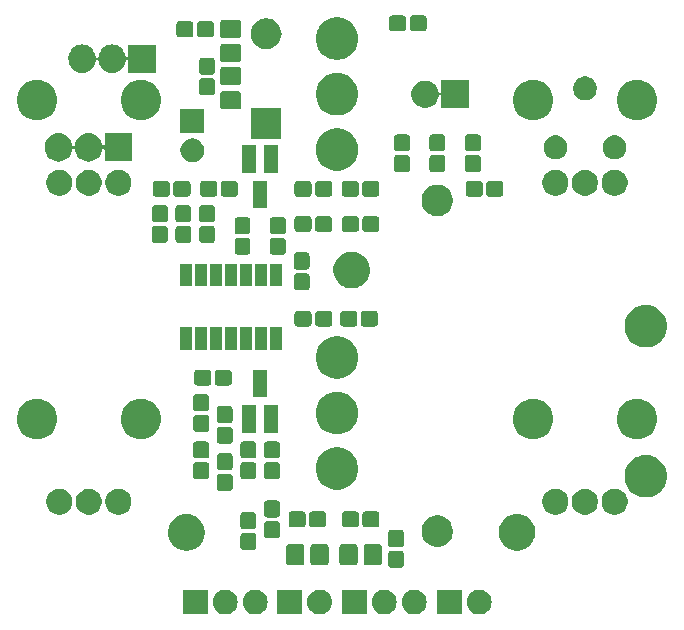
<source format=gbr>
G04 #@! TF.GenerationSoftware,KiCad,Pcbnew,(5.1.2-1)-1*
G04 #@! TF.CreationDate,2019-12-27T17:58:15-07:00*
G04 #@! TF.ProjectId,NuisanceEngine,4e756973-616e-4636-9545-6e67696e652e,rev?*
G04 #@! TF.SameCoordinates,Original*
G04 #@! TF.FileFunction,Soldermask,Top*
G04 #@! TF.FilePolarity,Negative*
%FSLAX46Y46*%
G04 Gerber Fmt 4.6, Leading zero omitted, Abs format (unit mm)*
G04 Created by KiCad (PCBNEW (5.1.2-1)-1) date 2019-12-27 17:58:15*
%MOMM*%
%LPD*%
G04 APERTURE LIST*
%ADD10C,0.100000*%
G04 APERTURE END LIST*
D10*
G36*
X92168707Y-96957596D02*
G01*
X92245836Y-96965193D01*
X92443762Y-97025233D01*
X92443765Y-97025234D01*
X92626170Y-97122732D01*
X92786055Y-97253945D01*
X92917268Y-97413830D01*
X93014766Y-97596235D01*
X93014767Y-97596238D01*
X93074807Y-97794164D01*
X93095080Y-98000000D01*
X93074807Y-98205836D01*
X93014767Y-98403762D01*
X93014766Y-98403765D01*
X92917268Y-98586170D01*
X92786055Y-98746055D01*
X92626170Y-98877268D01*
X92443765Y-98974766D01*
X92443762Y-98974767D01*
X92245836Y-99034807D01*
X92168707Y-99042403D01*
X92091580Y-99050000D01*
X91988420Y-99050000D01*
X91911293Y-99042403D01*
X91834164Y-99034807D01*
X91636238Y-98974767D01*
X91636235Y-98974766D01*
X91453830Y-98877268D01*
X91293945Y-98746055D01*
X91162732Y-98586170D01*
X91065234Y-98403765D01*
X91065233Y-98403762D01*
X91005193Y-98205836D01*
X90984920Y-98000000D01*
X91005193Y-97794164D01*
X91065233Y-97596238D01*
X91065234Y-97596235D01*
X91162732Y-97413830D01*
X91293945Y-97253945D01*
X91453830Y-97122732D01*
X91636235Y-97025234D01*
X91636238Y-97025233D01*
X91834164Y-96965193D01*
X91911293Y-96957596D01*
X91988420Y-96950000D01*
X92091580Y-96950000D01*
X92168707Y-96957596D01*
X92168707Y-96957596D01*
G37*
G36*
X90550000Y-99050000D02*
G01*
X88450000Y-99050000D01*
X88450000Y-96950000D01*
X90550000Y-96950000D01*
X90550000Y-99050000D01*
X90550000Y-99050000D01*
G37*
G36*
X86668707Y-96957596D02*
G01*
X86745836Y-96965193D01*
X86943762Y-97025233D01*
X86943765Y-97025234D01*
X87126170Y-97122732D01*
X87286055Y-97253945D01*
X87417268Y-97413830D01*
X87514766Y-97596235D01*
X87514767Y-97596238D01*
X87574807Y-97794164D01*
X87595080Y-98000000D01*
X87574807Y-98205836D01*
X87514767Y-98403762D01*
X87514766Y-98403765D01*
X87417268Y-98586170D01*
X87286055Y-98746055D01*
X87126170Y-98877268D01*
X86943765Y-98974766D01*
X86943762Y-98974767D01*
X86745836Y-99034807D01*
X86668707Y-99042403D01*
X86591580Y-99050000D01*
X86488420Y-99050000D01*
X86411293Y-99042403D01*
X86334164Y-99034807D01*
X86136238Y-98974767D01*
X86136235Y-98974766D01*
X85953830Y-98877268D01*
X85793945Y-98746055D01*
X85662732Y-98586170D01*
X85565234Y-98403765D01*
X85565233Y-98403762D01*
X85505193Y-98205836D01*
X85484920Y-98000000D01*
X85505193Y-97794164D01*
X85565233Y-97596238D01*
X85565234Y-97596235D01*
X85662732Y-97413830D01*
X85793945Y-97253945D01*
X85953830Y-97122732D01*
X86136235Y-97025234D01*
X86136238Y-97025233D01*
X86334164Y-96965193D01*
X86411293Y-96957596D01*
X86488420Y-96950000D01*
X86591580Y-96950000D01*
X86668707Y-96957596D01*
X86668707Y-96957596D01*
G37*
G36*
X84128707Y-96957596D02*
G01*
X84205836Y-96965193D01*
X84403762Y-97025233D01*
X84403765Y-97025234D01*
X84586170Y-97122732D01*
X84746055Y-97253945D01*
X84877268Y-97413830D01*
X84974766Y-97596235D01*
X84974767Y-97596238D01*
X85034807Y-97794164D01*
X85055080Y-98000000D01*
X85034807Y-98205836D01*
X84974767Y-98403762D01*
X84974766Y-98403765D01*
X84877268Y-98586170D01*
X84746055Y-98746055D01*
X84586170Y-98877268D01*
X84403765Y-98974766D01*
X84403762Y-98974767D01*
X84205836Y-99034807D01*
X84128707Y-99042403D01*
X84051580Y-99050000D01*
X83948420Y-99050000D01*
X83871293Y-99042403D01*
X83794164Y-99034807D01*
X83596238Y-98974767D01*
X83596235Y-98974766D01*
X83413830Y-98877268D01*
X83253945Y-98746055D01*
X83122732Y-98586170D01*
X83025234Y-98403765D01*
X83025233Y-98403762D01*
X82965193Y-98205836D01*
X82944920Y-98000000D01*
X82965193Y-97794164D01*
X83025233Y-97596238D01*
X83025234Y-97596235D01*
X83122732Y-97413830D01*
X83253945Y-97253945D01*
X83413830Y-97122732D01*
X83596235Y-97025234D01*
X83596238Y-97025233D01*
X83794164Y-96965193D01*
X83871293Y-96957596D01*
X83948420Y-96950000D01*
X84051580Y-96950000D01*
X84128707Y-96957596D01*
X84128707Y-96957596D01*
G37*
G36*
X82510000Y-99050000D02*
G01*
X80410000Y-99050000D01*
X80410000Y-96950000D01*
X82510000Y-96950000D01*
X82510000Y-99050000D01*
X82510000Y-99050000D01*
G37*
G36*
X78668707Y-96957596D02*
G01*
X78745836Y-96965193D01*
X78943762Y-97025233D01*
X78943765Y-97025234D01*
X79126170Y-97122732D01*
X79286055Y-97253945D01*
X79417268Y-97413830D01*
X79514766Y-97596235D01*
X79514767Y-97596238D01*
X79574807Y-97794164D01*
X79595080Y-98000000D01*
X79574807Y-98205836D01*
X79514767Y-98403762D01*
X79514766Y-98403765D01*
X79417268Y-98586170D01*
X79286055Y-98746055D01*
X79126170Y-98877268D01*
X78943765Y-98974766D01*
X78943762Y-98974767D01*
X78745836Y-99034807D01*
X78668707Y-99042403D01*
X78591580Y-99050000D01*
X78488420Y-99050000D01*
X78411293Y-99042403D01*
X78334164Y-99034807D01*
X78136238Y-98974767D01*
X78136235Y-98974766D01*
X77953830Y-98877268D01*
X77793945Y-98746055D01*
X77662732Y-98586170D01*
X77565234Y-98403765D01*
X77565233Y-98403762D01*
X77505193Y-98205836D01*
X77484920Y-98000000D01*
X77505193Y-97794164D01*
X77565233Y-97596238D01*
X77565234Y-97596235D01*
X77662732Y-97413830D01*
X77793945Y-97253945D01*
X77953830Y-97122732D01*
X78136235Y-97025234D01*
X78136238Y-97025233D01*
X78334164Y-96965193D01*
X78411293Y-96957596D01*
X78488420Y-96950000D01*
X78591580Y-96950000D01*
X78668707Y-96957596D01*
X78668707Y-96957596D01*
G37*
G36*
X77050000Y-99050000D02*
G01*
X74950000Y-99050000D01*
X74950000Y-96950000D01*
X77050000Y-96950000D01*
X77050000Y-99050000D01*
X77050000Y-99050000D01*
G37*
G36*
X73208707Y-96957596D02*
G01*
X73285836Y-96965193D01*
X73483762Y-97025233D01*
X73483765Y-97025234D01*
X73666170Y-97122732D01*
X73826055Y-97253945D01*
X73957268Y-97413830D01*
X74054766Y-97596235D01*
X74054767Y-97596238D01*
X74114807Y-97794164D01*
X74135080Y-98000000D01*
X74114807Y-98205836D01*
X74054767Y-98403762D01*
X74054766Y-98403765D01*
X73957268Y-98586170D01*
X73826055Y-98746055D01*
X73666170Y-98877268D01*
X73483765Y-98974766D01*
X73483762Y-98974767D01*
X73285836Y-99034807D01*
X73208707Y-99042403D01*
X73131580Y-99050000D01*
X73028420Y-99050000D01*
X72951293Y-99042403D01*
X72874164Y-99034807D01*
X72676238Y-98974767D01*
X72676235Y-98974766D01*
X72493830Y-98877268D01*
X72333945Y-98746055D01*
X72202732Y-98586170D01*
X72105234Y-98403765D01*
X72105233Y-98403762D01*
X72045193Y-98205836D01*
X72024920Y-98000000D01*
X72045193Y-97794164D01*
X72105233Y-97596238D01*
X72105234Y-97596235D01*
X72202732Y-97413830D01*
X72333945Y-97253945D01*
X72493830Y-97122732D01*
X72676235Y-97025234D01*
X72676238Y-97025233D01*
X72874164Y-96965193D01*
X72951293Y-96957596D01*
X73028420Y-96950000D01*
X73131580Y-96950000D01*
X73208707Y-96957596D01*
X73208707Y-96957596D01*
G37*
G36*
X70668707Y-96957596D02*
G01*
X70745836Y-96965193D01*
X70943762Y-97025233D01*
X70943765Y-97025234D01*
X71126170Y-97122732D01*
X71286055Y-97253945D01*
X71417268Y-97413830D01*
X71514766Y-97596235D01*
X71514767Y-97596238D01*
X71574807Y-97794164D01*
X71595080Y-98000000D01*
X71574807Y-98205836D01*
X71514767Y-98403762D01*
X71514766Y-98403765D01*
X71417268Y-98586170D01*
X71286055Y-98746055D01*
X71126170Y-98877268D01*
X70943765Y-98974766D01*
X70943762Y-98974767D01*
X70745836Y-99034807D01*
X70668707Y-99042403D01*
X70591580Y-99050000D01*
X70488420Y-99050000D01*
X70411293Y-99042403D01*
X70334164Y-99034807D01*
X70136238Y-98974767D01*
X70136235Y-98974766D01*
X69953830Y-98877268D01*
X69793945Y-98746055D01*
X69662732Y-98586170D01*
X69565234Y-98403765D01*
X69565233Y-98403762D01*
X69505193Y-98205836D01*
X69484920Y-98000000D01*
X69505193Y-97794164D01*
X69565233Y-97596238D01*
X69565234Y-97596235D01*
X69662732Y-97413830D01*
X69793945Y-97253945D01*
X69953830Y-97122732D01*
X70136235Y-97025234D01*
X70136238Y-97025233D01*
X70334164Y-96965193D01*
X70411293Y-96957596D01*
X70488420Y-96950000D01*
X70591580Y-96950000D01*
X70668707Y-96957596D01*
X70668707Y-96957596D01*
G37*
G36*
X69050000Y-99050000D02*
G01*
X66950000Y-99050000D01*
X66950000Y-96950000D01*
X69050000Y-96950000D01*
X69050000Y-99050000D01*
X69050000Y-99050000D01*
G37*
G36*
X85453530Y-93655877D02*
G01*
X85505010Y-93671493D01*
X85552445Y-93696848D01*
X85594027Y-93730973D01*
X85628152Y-93772555D01*
X85653507Y-93819990D01*
X85669123Y-93871470D01*
X85675000Y-93931140D01*
X85675000Y-94818860D01*
X85669123Y-94878530D01*
X85653507Y-94930010D01*
X85628152Y-94977445D01*
X85594027Y-95019027D01*
X85552445Y-95053152D01*
X85505010Y-95078507D01*
X85453530Y-95094123D01*
X85393860Y-95100000D01*
X84606140Y-95100000D01*
X84546470Y-95094123D01*
X84494990Y-95078507D01*
X84447555Y-95053152D01*
X84405973Y-95019027D01*
X84371848Y-94977445D01*
X84346493Y-94930010D01*
X84330877Y-94878530D01*
X84325000Y-94818860D01*
X84325000Y-93931140D01*
X84330877Y-93871470D01*
X84346493Y-93819990D01*
X84371848Y-93772555D01*
X84405973Y-93730973D01*
X84447555Y-93696848D01*
X84494990Y-93671493D01*
X84546470Y-93655877D01*
X84606140Y-93650000D01*
X85393860Y-93650000D01*
X85453530Y-93655877D01*
X85453530Y-93655877D01*
G37*
G36*
X77035529Y-93105710D02*
G01*
X77085378Y-93120831D01*
X77131310Y-93145382D01*
X77171574Y-93178426D01*
X77204618Y-93218690D01*
X77229169Y-93264622D01*
X77244290Y-93314471D01*
X77250000Y-93372444D01*
X77250000Y-94627556D01*
X77244290Y-94685529D01*
X77229169Y-94735378D01*
X77204618Y-94781310D01*
X77171574Y-94821574D01*
X77131310Y-94854618D01*
X77085378Y-94879169D01*
X77035529Y-94894290D01*
X76977556Y-94900000D01*
X75972444Y-94900000D01*
X75914471Y-94894290D01*
X75864622Y-94879169D01*
X75818690Y-94854618D01*
X75778426Y-94821574D01*
X75745382Y-94781310D01*
X75720831Y-94735378D01*
X75705710Y-94685529D01*
X75700000Y-94627556D01*
X75700000Y-93372444D01*
X75705710Y-93314471D01*
X75720831Y-93264622D01*
X75745382Y-93218690D01*
X75778426Y-93178426D01*
X75818690Y-93145382D01*
X75864622Y-93120831D01*
X75914471Y-93105710D01*
X75972444Y-93100000D01*
X76977556Y-93100000D01*
X77035529Y-93105710D01*
X77035529Y-93105710D01*
G37*
G36*
X79085529Y-93105710D02*
G01*
X79135378Y-93120831D01*
X79181310Y-93145382D01*
X79221574Y-93178426D01*
X79254618Y-93218690D01*
X79279169Y-93264622D01*
X79294290Y-93314471D01*
X79300000Y-93372444D01*
X79300000Y-94627556D01*
X79294290Y-94685529D01*
X79279169Y-94735378D01*
X79254618Y-94781310D01*
X79221574Y-94821574D01*
X79181310Y-94854618D01*
X79135378Y-94879169D01*
X79085529Y-94894290D01*
X79027556Y-94900000D01*
X78022444Y-94900000D01*
X77964471Y-94894290D01*
X77914622Y-94879169D01*
X77868690Y-94854618D01*
X77828426Y-94821574D01*
X77795382Y-94781310D01*
X77770831Y-94735378D01*
X77755710Y-94685529D01*
X77750000Y-94627556D01*
X77750000Y-93372444D01*
X77755710Y-93314471D01*
X77770831Y-93264622D01*
X77795382Y-93218690D01*
X77828426Y-93178426D01*
X77868690Y-93145382D01*
X77914622Y-93120831D01*
X77964471Y-93105710D01*
X78022444Y-93100000D01*
X79027556Y-93100000D01*
X79085529Y-93105710D01*
X79085529Y-93105710D01*
G37*
G36*
X81535529Y-93105710D02*
G01*
X81585378Y-93120831D01*
X81631310Y-93145382D01*
X81671574Y-93178426D01*
X81704618Y-93218690D01*
X81729169Y-93264622D01*
X81744290Y-93314471D01*
X81750000Y-93372444D01*
X81750000Y-94627556D01*
X81744290Y-94685529D01*
X81729169Y-94735378D01*
X81704618Y-94781310D01*
X81671574Y-94821574D01*
X81631310Y-94854618D01*
X81585378Y-94879169D01*
X81535529Y-94894290D01*
X81477556Y-94900000D01*
X80472444Y-94900000D01*
X80414471Y-94894290D01*
X80364622Y-94879169D01*
X80318690Y-94854618D01*
X80278426Y-94821574D01*
X80245382Y-94781310D01*
X80220831Y-94735378D01*
X80205710Y-94685529D01*
X80200000Y-94627556D01*
X80200000Y-93372444D01*
X80205710Y-93314471D01*
X80220831Y-93264622D01*
X80245382Y-93218690D01*
X80278426Y-93178426D01*
X80318690Y-93145382D01*
X80364622Y-93120831D01*
X80414471Y-93105710D01*
X80472444Y-93100000D01*
X81477556Y-93100000D01*
X81535529Y-93105710D01*
X81535529Y-93105710D01*
G37*
G36*
X83585529Y-93105710D02*
G01*
X83635378Y-93120831D01*
X83681310Y-93145382D01*
X83721574Y-93178426D01*
X83754618Y-93218690D01*
X83779169Y-93264622D01*
X83794290Y-93314471D01*
X83800000Y-93372444D01*
X83800000Y-94627556D01*
X83794290Y-94685529D01*
X83779169Y-94735378D01*
X83754618Y-94781310D01*
X83721574Y-94821574D01*
X83681310Y-94854618D01*
X83635378Y-94879169D01*
X83585529Y-94894290D01*
X83527556Y-94900000D01*
X82522444Y-94900000D01*
X82464471Y-94894290D01*
X82414622Y-94879169D01*
X82368690Y-94854618D01*
X82328426Y-94821574D01*
X82295382Y-94781310D01*
X82270831Y-94735378D01*
X82255710Y-94685529D01*
X82250000Y-94627556D01*
X82250000Y-93372444D01*
X82255710Y-93314471D01*
X82270831Y-93264622D01*
X82295382Y-93218690D01*
X82328426Y-93178426D01*
X82368690Y-93145382D01*
X82414622Y-93120831D01*
X82464471Y-93105710D01*
X82522444Y-93100000D01*
X83527556Y-93100000D01*
X83585529Y-93105710D01*
X83585529Y-93105710D01*
G37*
G36*
X95545153Y-90578343D02*
G01*
X95702118Y-90609565D01*
X95747903Y-90628530D01*
X95984199Y-90726407D01*
X96021228Y-90751149D01*
X96238068Y-90896036D01*
X96453964Y-91111932D01*
X96517405Y-91206879D01*
X96623593Y-91365801D01*
X96625140Y-91369537D01*
X96740435Y-91647882D01*
X96750803Y-91700005D01*
X96800000Y-91947337D01*
X96800000Y-92252663D01*
X96772353Y-92391656D01*
X96740435Y-92552118D01*
X96723036Y-92594123D01*
X96623593Y-92834199D01*
X96623592Y-92834200D01*
X96453964Y-93088068D01*
X96238068Y-93303964D01*
X96126471Y-93378530D01*
X95984199Y-93473593D01*
X95874511Y-93519027D01*
X95702118Y-93590435D01*
X95552390Y-93620217D01*
X95402663Y-93650000D01*
X95097337Y-93650000D01*
X94947610Y-93620217D01*
X94797882Y-93590435D01*
X94625489Y-93519027D01*
X94515801Y-93473593D01*
X94373529Y-93378530D01*
X94261932Y-93303964D01*
X94046036Y-93088068D01*
X93876408Y-92834200D01*
X93876407Y-92834199D01*
X93776964Y-92594123D01*
X93759565Y-92552118D01*
X93727647Y-92391656D01*
X93700000Y-92252663D01*
X93700000Y-91947337D01*
X93749197Y-91700005D01*
X93759565Y-91647882D01*
X93874860Y-91369537D01*
X93876407Y-91365801D01*
X93982595Y-91206879D01*
X94046036Y-91111932D01*
X94261932Y-90896036D01*
X94478772Y-90751149D01*
X94515801Y-90726407D01*
X94752097Y-90628530D01*
X94797882Y-90609565D01*
X94954847Y-90578343D01*
X95097337Y-90550000D01*
X95402663Y-90550000D01*
X95545153Y-90578343D01*
X95545153Y-90578343D01*
G37*
G36*
X67545153Y-90578343D02*
G01*
X67702118Y-90609565D01*
X67747903Y-90628530D01*
X67984199Y-90726407D01*
X68021228Y-90751149D01*
X68238068Y-90896036D01*
X68453964Y-91111932D01*
X68517405Y-91206879D01*
X68623593Y-91365801D01*
X68625140Y-91369537D01*
X68740435Y-91647882D01*
X68750803Y-91700005D01*
X68800000Y-91947337D01*
X68800000Y-92252663D01*
X68772353Y-92391656D01*
X68740435Y-92552118D01*
X68723036Y-92594123D01*
X68623593Y-92834199D01*
X68623592Y-92834200D01*
X68453964Y-93088068D01*
X68238068Y-93303964D01*
X68126471Y-93378530D01*
X67984199Y-93473593D01*
X67874511Y-93519027D01*
X67702118Y-93590435D01*
X67552390Y-93620217D01*
X67402663Y-93650000D01*
X67097337Y-93650000D01*
X66947610Y-93620217D01*
X66797882Y-93590435D01*
X66625489Y-93519027D01*
X66515801Y-93473593D01*
X66373529Y-93378530D01*
X66261932Y-93303964D01*
X66046036Y-93088068D01*
X65876408Y-92834200D01*
X65876407Y-92834199D01*
X65776964Y-92594123D01*
X65759565Y-92552118D01*
X65727647Y-92391656D01*
X65700000Y-92252663D01*
X65700000Y-91947337D01*
X65749197Y-91700005D01*
X65759565Y-91647882D01*
X65874860Y-91369537D01*
X65876407Y-91365801D01*
X65982595Y-91206879D01*
X66046036Y-91111932D01*
X66261932Y-90896036D01*
X66478772Y-90751149D01*
X66515801Y-90726407D01*
X66752097Y-90628530D01*
X66797882Y-90609565D01*
X66954847Y-90578343D01*
X67097337Y-90550000D01*
X67402663Y-90550000D01*
X67545153Y-90578343D01*
X67545153Y-90578343D01*
G37*
G36*
X72953530Y-92155877D02*
G01*
X73005010Y-92171493D01*
X73052445Y-92196848D01*
X73094027Y-92230973D01*
X73128152Y-92272555D01*
X73153507Y-92319990D01*
X73169123Y-92371470D01*
X73175000Y-92431140D01*
X73175000Y-93318860D01*
X73169123Y-93378530D01*
X73153507Y-93430010D01*
X73128152Y-93477445D01*
X73094027Y-93519027D01*
X73052445Y-93553152D01*
X73005010Y-93578507D01*
X72953530Y-93594123D01*
X72893860Y-93600000D01*
X72106140Y-93600000D01*
X72046470Y-93594123D01*
X71994990Y-93578507D01*
X71947555Y-93553152D01*
X71905973Y-93519027D01*
X71871848Y-93477445D01*
X71846493Y-93430010D01*
X71830877Y-93378530D01*
X71825000Y-93318860D01*
X71825000Y-92431140D01*
X71830877Y-92371470D01*
X71846493Y-92319990D01*
X71871848Y-92272555D01*
X71905973Y-92230973D01*
X71947555Y-92196848D01*
X71994990Y-92171493D01*
X72046470Y-92155877D01*
X72106140Y-92150000D01*
X72893860Y-92150000D01*
X72953530Y-92155877D01*
X72953530Y-92155877D01*
G37*
G36*
X85453530Y-91905877D02*
G01*
X85505010Y-91921493D01*
X85552445Y-91946848D01*
X85594027Y-91980973D01*
X85628152Y-92022555D01*
X85653507Y-92069990D01*
X85669123Y-92121470D01*
X85675000Y-92181140D01*
X85675000Y-93068860D01*
X85669123Y-93128530D01*
X85653507Y-93180010D01*
X85628152Y-93227445D01*
X85594027Y-93269027D01*
X85552445Y-93303152D01*
X85505010Y-93328507D01*
X85453530Y-93344123D01*
X85393860Y-93350000D01*
X84606140Y-93350000D01*
X84546470Y-93344123D01*
X84494990Y-93328507D01*
X84447555Y-93303152D01*
X84405973Y-93269027D01*
X84371848Y-93227445D01*
X84346493Y-93180010D01*
X84330877Y-93128530D01*
X84325000Y-93068860D01*
X84325000Y-92181140D01*
X84330877Y-92121470D01*
X84346493Y-92069990D01*
X84371848Y-92022555D01*
X84405973Y-91980973D01*
X84447555Y-91946848D01*
X84494990Y-91921493D01*
X84546470Y-91905877D01*
X84606140Y-91900000D01*
X85393860Y-91900000D01*
X85453530Y-91905877D01*
X85453530Y-91905877D01*
G37*
G36*
X88888237Y-90720149D02*
G01*
X89130463Y-90820482D01*
X89130465Y-90820483D01*
X89348463Y-90966145D01*
X89533855Y-91151537D01*
X89646412Y-91319990D01*
X89679518Y-91369537D01*
X89779851Y-91611763D01*
X89831000Y-91868907D01*
X89831000Y-92131093D01*
X89779851Y-92388237D01*
X89701039Y-92578507D01*
X89679517Y-92630465D01*
X89533855Y-92848463D01*
X89348463Y-93033855D01*
X89130465Y-93179517D01*
X89130464Y-93179518D01*
X89130463Y-93179518D01*
X88888237Y-93279851D01*
X88631093Y-93331000D01*
X88368907Y-93331000D01*
X88111763Y-93279851D01*
X87869537Y-93179518D01*
X87869536Y-93179518D01*
X87869535Y-93179517D01*
X87651537Y-93033855D01*
X87466145Y-92848463D01*
X87320483Y-92630465D01*
X87298961Y-92578507D01*
X87220149Y-92388237D01*
X87169000Y-92131093D01*
X87169000Y-91868907D01*
X87220149Y-91611763D01*
X87320482Y-91369537D01*
X87353588Y-91319990D01*
X87466145Y-91151537D01*
X87651537Y-90966145D01*
X87869535Y-90820483D01*
X87869537Y-90820482D01*
X88111763Y-90720149D01*
X88368907Y-90669000D01*
X88631093Y-90669000D01*
X88888237Y-90720149D01*
X88888237Y-90720149D01*
G37*
G36*
X74953530Y-91155877D02*
G01*
X75005010Y-91171493D01*
X75052445Y-91196848D01*
X75094027Y-91230973D01*
X75128152Y-91272555D01*
X75153507Y-91319990D01*
X75169123Y-91371470D01*
X75175000Y-91431140D01*
X75175000Y-92318860D01*
X75169123Y-92378530D01*
X75153507Y-92430010D01*
X75128152Y-92477445D01*
X75094027Y-92519027D01*
X75052445Y-92553152D01*
X75005010Y-92578507D01*
X74953530Y-92594123D01*
X74893860Y-92600000D01*
X74106140Y-92600000D01*
X74046470Y-92594123D01*
X73994990Y-92578507D01*
X73947555Y-92553152D01*
X73905973Y-92519027D01*
X73871848Y-92477445D01*
X73846493Y-92430010D01*
X73830877Y-92378530D01*
X73825000Y-92318860D01*
X73825000Y-91431140D01*
X73830877Y-91371470D01*
X73846493Y-91319990D01*
X73871848Y-91272555D01*
X73905973Y-91230973D01*
X73947555Y-91196848D01*
X73994990Y-91171493D01*
X74046470Y-91155877D01*
X74106140Y-91150000D01*
X74893860Y-91150000D01*
X74953530Y-91155877D01*
X74953530Y-91155877D01*
G37*
G36*
X72953530Y-90405877D02*
G01*
X73005010Y-90421493D01*
X73052445Y-90446848D01*
X73094027Y-90480973D01*
X73128152Y-90522555D01*
X73153507Y-90569990D01*
X73169123Y-90621470D01*
X73175000Y-90681140D01*
X73175000Y-91568860D01*
X73169123Y-91628530D01*
X73153507Y-91680010D01*
X73128152Y-91727445D01*
X73094027Y-91769027D01*
X73052445Y-91803152D01*
X73005010Y-91828507D01*
X72953530Y-91844123D01*
X72893860Y-91850000D01*
X72106140Y-91850000D01*
X72046470Y-91844123D01*
X71994990Y-91828507D01*
X71947555Y-91803152D01*
X71905973Y-91769027D01*
X71871848Y-91727445D01*
X71846493Y-91680010D01*
X71830877Y-91628530D01*
X71825000Y-91568860D01*
X71825000Y-90681140D01*
X71830877Y-90621470D01*
X71846493Y-90569990D01*
X71871848Y-90522555D01*
X71905973Y-90480973D01*
X71947555Y-90446848D01*
X71994990Y-90421493D01*
X72046470Y-90405877D01*
X72106140Y-90400000D01*
X72893860Y-90400000D01*
X72953530Y-90405877D01*
X72953530Y-90405877D01*
G37*
G36*
X77128530Y-90330877D02*
G01*
X77180010Y-90346493D01*
X77227445Y-90371848D01*
X77269027Y-90405973D01*
X77303152Y-90447555D01*
X77328507Y-90494990D01*
X77344123Y-90546470D01*
X77350000Y-90606140D01*
X77350000Y-91393860D01*
X77344123Y-91453530D01*
X77328507Y-91505010D01*
X77303152Y-91552445D01*
X77269027Y-91594027D01*
X77227445Y-91628152D01*
X77180010Y-91653507D01*
X77128530Y-91669123D01*
X77068860Y-91675000D01*
X76181140Y-91675000D01*
X76121470Y-91669123D01*
X76069990Y-91653507D01*
X76022555Y-91628152D01*
X75980973Y-91594027D01*
X75946848Y-91552445D01*
X75921493Y-91505010D01*
X75905877Y-91453530D01*
X75900000Y-91393860D01*
X75900000Y-90606140D01*
X75905877Y-90546470D01*
X75921493Y-90494990D01*
X75946848Y-90447555D01*
X75980973Y-90405973D01*
X76022555Y-90371848D01*
X76069990Y-90346493D01*
X76121470Y-90330877D01*
X76181140Y-90325000D01*
X77068860Y-90325000D01*
X77128530Y-90330877D01*
X77128530Y-90330877D01*
G37*
G36*
X78878530Y-90330877D02*
G01*
X78930010Y-90346493D01*
X78977445Y-90371848D01*
X79019027Y-90405973D01*
X79053152Y-90447555D01*
X79078507Y-90494990D01*
X79094123Y-90546470D01*
X79100000Y-90606140D01*
X79100000Y-91393860D01*
X79094123Y-91453530D01*
X79078507Y-91505010D01*
X79053152Y-91552445D01*
X79019027Y-91594027D01*
X78977445Y-91628152D01*
X78930010Y-91653507D01*
X78878530Y-91669123D01*
X78818860Y-91675000D01*
X77931140Y-91675000D01*
X77871470Y-91669123D01*
X77819990Y-91653507D01*
X77772555Y-91628152D01*
X77730973Y-91594027D01*
X77696848Y-91552445D01*
X77671493Y-91505010D01*
X77655877Y-91453530D01*
X77650000Y-91393860D01*
X77650000Y-90606140D01*
X77655877Y-90546470D01*
X77671493Y-90494990D01*
X77696848Y-90447555D01*
X77730973Y-90405973D01*
X77772555Y-90371848D01*
X77819990Y-90346493D01*
X77871470Y-90330877D01*
X77931140Y-90325000D01*
X78818860Y-90325000D01*
X78878530Y-90330877D01*
X78878530Y-90330877D01*
G37*
G36*
X81628530Y-90330877D02*
G01*
X81680010Y-90346493D01*
X81727445Y-90371848D01*
X81769027Y-90405973D01*
X81803152Y-90447555D01*
X81828507Y-90494990D01*
X81844123Y-90546470D01*
X81850000Y-90606140D01*
X81850000Y-91393860D01*
X81844123Y-91453530D01*
X81828507Y-91505010D01*
X81803152Y-91552445D01*
X81769027Y-91594027D01*
X81727445Y-91628152D01*
X81680010Y-91653507D01*
X81628530Y-91669123D01*
X81568860Y-91675000D01*
X80681140Y-91675000D01*
X80621470Y-91669123D01*
X80569990Y-91653507D01*
X80522555Y-91628152D01*
X80480973Y-91594027D01*
X80446848Y-91552445D01*
X80421493Y-91505010D01*
X80405877Y-91453530D01*
X80400000Y-91393860D01*
X80400000Y-90606140D01*
X80405877Y-90546470D01*
X80421493Y-90494990D01*
X80446848Y-90447555D01*
X80480973Y-90405973D01*
X80522555Y-90371848D01*
X80569990Y-90346493D01*
X80621470Y-90330877D01*
X80681140Y-90325000D01*
X81568860Y-90325000D01*
X81628530Y-90330877D01*
X81628530Y-90330877D01*
G37*
G36*
X83378530Y-90330877D02*
G01*
X83430010Y-90346493D01*
X83477445Y-90371848D01*
X83519027Y-90405973D01*
X83553152Y-90447555D01*
X83578507Y-90494990D01*
X83594123Y-90546470D01*
X83600000Y-90606140D01*
X83600000Y-91393860D01*
X83594123Y-91453530D01*
X83578507Y-91505010D01*
X83553152Y-91552445D01*
X83519027Y-91594027D01*
X83477445Y-91628152D01*
X83430010Y-91653507D01*
X83378530Y-91669123D01*
X83318860Y-91675000D01*
X82431140Y-91675000D01*
X82371470Y-91669123D01*
X82319990Y-91653507D01*
X82272555Y-91628152D01*
X82230973Y-91594027D01*
X82196848Y-91552445D01*
X82171493Y-91505010D01*
X82155877Y-91453530D01*
X82150000Y-91393860D01*
X82150000Y-90606140D01*
X82155877Y-90546470D01*
X82171493Y-90494990D01*
X82196848Y-90447555D01*
X82230973Y-90405973D01*
X82272555Y-90371848D01*
X82319990Y-90346493D01*
X82371470Y-90330877D01*
X82431140Y-90325000D01*
X83318860Y-90325000D01*
X83378530Y-90330877D01*
X83378530Y-90330877D01*
G37*
G36*
X74953530Y-89405877D02*
G01*
X75005010Y-89421493D01*
X75052445Y-89446848D01*
X75094027Y-89480973D01*
X75128152Y-89522555D01*
X75153507Y-89569990D01*
X75169123Y-89621470D01*
X75175000Y-89681140D01*
X75175000Y-90568860D01*
X75169123Y-90628530D01*
X75153507Y-90680010D01*
X75128152Y-90727445D01*
X75094027Y-90769027D01*
X75052445Y-90803152D01*
X75005010Y-90828507D01*
X74953530Y-90844123D01*
X74893860Y-90850000D01*
X74106140Y-90850000D01*
X74046470Y-90844123D01*
X73994990Y-90828507D01*
X73947555Y-90803152D01*
X73905973Y-90769027D01*
X73871848Y-90727445D01*
X73846493Y-90680010D01*
X73830877Y-90628530D01*
X73825000Y-90568860D01*
X73825000Y-89681140D01*
X73830877Y-89621470D01*
X73846493Y-89569990D01*
X73871848Y-89522555D01*
X73905973Y-89480973D01*
X73947555Y-89446848D01*
X73994990Y-89421493D01*
X74046470Y-89405877D01*
X74106140Y-89400000D01*
X74893860Y-89400000D01*
X74953530Y-89405877D01*
X74953530Y-89405877D01*
G37*
G36*
X61820857Y-88442272D02*
G01*
X61960224Y-88500000D01*
X62021045Y-88525193D01*
X62094552Y-88574309D01*
X62201208Y-88645574D01*
X62354426Y-88798792D01*
X62474808Y-88978957D01*
X62557728Y-89179143D01*
X62600000Y-89391658D01*
X62600000Y-89608342D01*
X62557728Y-89820857D01*
X62474808Y-90021043D01*
X62354426Y-90201208D01*
X62201208Y-90354426D01*
X62133001Y-90400000D01*
X62021045Y-90474807D01*
X62021044Y-90474808D01*
X62021043Y-90474808D01*
X61820857Y-90557728D01*
X61608342Y-90600000D01*
X61391658Y-90600000D01*
X61179143Y-90557728D01*
X60978957Y-90474808D01*
X60978956Y-90474808D01*
X60978955Y-90474807D01*
X60866999Y-90400000D01*
X60798792Y-90354426D01*
X60645574Y-90201208D01*
X60525192Y-90021043D01*
X60442272Y-89820857D01*
X60400000Y-89608342D01*
X60400000Y-89391658D01*
X60442272Y-89179143D01*
X60525192Y-88978957D01*
X60645574Y-88798792D01*
X60798792Y-88645574D01*
X60905448Y-88574309D01*
X60978955Y-88525193D01*
X61039776Y-88500000D01*
X61179143Y-88442272D01*
X61391658Y-88400000D01*
X61608342Y-88400000D01*
X61820857Y-88442272D01*
X61820857Y-88442272D01*
G37*
G36*
X98820857Y-88442272D02*
G01*
X98960224Y-88500000D01*
X99021045Y-88525193D01*
X99094552Y-88574309D01*
X99201208Y-88645574D01*
X99354426Y-88798792D01*
X99474808Y-88978957D01*
X99557728Y-89179143D01*
X99600000Y-89391658D01*
X99600000Y-89608342D01*
X99557728Y-89820857D01*
X99474808Y-90021043D01*
X99354426Y-90201208D01*
X99201208Y-90354426D01*
X99133001Y-90400000D01*
X99021045Y-90474807D01*
X99021044Y-90474808D01*
X99021043Y-90474808D01*
X98820857Y-90557728D01*
X98608342Y-90600000D01*
X98391658Y-90600000D01*
X98179143Y-90557728D01*
X97978957Y-90474808D01*
X97978956Y-90474808D01*
X97978955Y-90474807D01*
X97866999Y-90400000D01*
X97798792Y-90354426D01*
X97645574Y-90201208D01*
X97525192Y-90021043D01*
X97442272Y-89820857D01*
X97400000Y-89608342D01*
X97400000Y-89391658D01*
X97442272Y-89179143D01*
X97525192Y-88978957D01*
X97645574Y-88798792D01*
X97798792Y-88645574D01*
X97905448Y-88574309D01*
X97978955Y-88525193D01*
X98039776Y-88500000D01*
X98179143Y-88442272D01*
X98391658Y-88400000D01*
X98608342Y-88400000D01*
X98820857Y-88442272D01*
X98820857Y-88442272D01*
G37*
G36*
X101320857Y-88442272D02*
G01*
X101460224Y-88500000D01*
X101521045Y-88525193D01*
X101594552Y-88574309D01*
X101701208Y-88645574D01*
X101854426Y-88798792D01*
X101974808Y-88978957D01*
X102057728Y-89179143D01*
X102100000Y-89391658D01*
X102100000Y-89608342D01*
X102057728Y-89820857D01*
X101974808Y-90021043D01*
X101854426Y-90201208D01*
X101701208Y-90354426D01*
X101633001Y-90400000D01*
X101521045Y-90474807D01*
X101521044Y-90474808D01*
X101521043Y-90474808D01*
X101320857Y-90557728D01*
X101108342Y-90600000D01*
X100891658Y-90600000D01*
X100679143Y-90557728D01*
X100478957Y-90474808D01*
X100478956Y-90474808D01*
X100478955Y-90474807D01*
X100366999Y-90400000D01*
X100298792Y-90354426D01*
X100145574Y-90201208D01*
X100025192Y-90021043D01*
X99942272Y-89820857D01*
X99900000Y-89608342D01*
X99900000Y-89391658D01*
X99942272Y-89179143D01*
X100025192Y-88978957D01*
X100145574Y-88798792D01*
X100298792Y-88645574D01*
X100405448Y-88574309D01*
X100478955Y-88525193D01*
X100539776Y-88500000D01*
X100679143Y-88442272D01*
X100891658Y-88400000D01*
X101108342Y-88400000D01*
X101320857Y-88442272D01*
X101320857Y-88442272D01*
G37*
G36*
X103820857Y-88442272D02*
G01*
X103960224Y-88500000D01*
X104021045Y-88525193D01*
X104094552Y-88574309D01*
X104201208Y-88645574D01*
X104354426Y-88798792D01*
X104474808Y-88978957D01*
X104557728Y-89179143D01*
X104600000Y-89391658D01*
X104600000Y-89608342D01*
X104557728Y-89820857D01*
X104474808Y-90021043D01*
X104354426Y-90201208D01*
X104201208Y-90354426D01*
X104133001Y-90400000D01*
X104021045Y-90474807D01*
X104021044Y-90474808D01*
X104021043Y-90474808D01*
X103820857Y-90557728D01*
X103608342Y-90600000D01*
X103391658Y-90600000D01*
X103179143Y-90557728D01*
X102978957Y-90474808D01*
X102978956Y-90474808D01*
X102978955Y-90474807D01*
X102866999Y-90400000D01*
X102798792Y-90354426D01*
X102645574Y-90201208D01*
X102525192Y-90021043D01*
X102442272Y-89820857D01*
X102400000Y-89608342D01*
X102400000Y-89391658D01*
X102442272Y-89179143D01*
X102525192Y-88978957D01*
X102645574Y-88798792D01*
X102798792Y-88645574D01*
X102905448Y-88574309D01*
X102978955Y-88525193D01*
X103039776Y-88500000D01*
X103179143Y-88442272D01*
X103391658Y-88400000D01*
X103608342Y-88400000D01*
X103820857Y-88442272D01*
X103820857Y-88442272D01*
G37*
G36*
X56820857Y-88442272D02*
G01*
X56960224Y-88500000D01*
X57021045Y-88525193D01*
X57094552Y-88574309D01*
X57201208Y-88645574D01*
X57354426Y-88798792D01*
X57474808Y-88978957D01*
X57557728Y-89179143D01*
X57600000Y-89391658D01*
X57600000Y-89608342D01*
X57557728Y-89820857D01*
X57474808Y-90021043D01*
X57354426Y-90201208D01*
X57201208Y-90354426D01*
X57133001Y-90400000D01*
X57021045Y-90474807D01*
X57021044Y-90474808D01*
X57021043Y-90474808D01*
X56820857Y-90557728D01*
X56608342Y-90600000D01*
X56391658Y-90600000D01*
X56179143Y-90557728D01*
X55978957Y-90474808D01*
X55978956Y-90474808D01*
X55978955Y-90474807D01*
X55866999Y-90400000D01*
X55798792Y-90354426D01*
X55645574Y-90201208D01*
X55525192Y-90021043D01*
X55442272Y-89820857D01*
X55400000Y-89608342D01*
X55400000Y-89391658D01*
X55442272Y-89179143D01*
X55525192Y-88978957D01*
X55645574Y-88798792D01*
X55798792Y-88645574D01*
X55905448Y-88574309D01*
X55978955Y-88525193D01*
X56039776Y-88500000D01*
X56179143Y-88442272D01*
X56391658Y-88400000D01*
X56608342Y-88400000D01*
X56820857Y-88442272D01*
X56820857Y-88442272D01*
G37*
G36*
X59320857Y-88442272D02*
G01*
X59460224Y-88500000D01*
X59521045Y-88525193D01*
X59594552Y-88574309D01*
X59701208Y-88645574D01*
X59854426Y-88798792D01*
X59974808Y-88978957D01*
X60057728Y-89179143D01*
X60100000Y-89391658D01*
X60100000Y-89608342D01*
X60057728Y-89820857D01*
X59974808Y-90021043D01*
X59854426Y-90201208D01*
X59701208Y-90354426D01*
X59633001Y-90400000D01*
X59521045Y-90474807D01*
X59521044Y-90474808D01*
X59521043Y-90474808D01*
X59320857Y-90557728D01*
X59108342Y-90600000D01*
X58891658Y-90600000D01*
X58679143Y-90557728D01*
X58478957Y-90474808D01*
X58478956Y-90474808D01*
X58478955Y-90474807D01*
X58366999Y-90400000D01*
X58298792Y-90354426D01*
X58145574Y-90201208D01*
X58025192Y-90021043D01*
X57942272Y-89820857D01*
X57900000Y-89608342D01*
X57900000Y-89391658D01*
X57942272Y-89179143D01*
X58025192Y-88978957D01*
X58145574Y-88798792D01*
X58298792Y-88645574D01*
X58405448Y-88574309D01*
X58478955Y-88525193D01*
X58539776Y-88500000D01*
X58679143Y-88442272D01*
X58891658Y-88400000D01*
X59108342Y-88400000D01*
X59320857Y-88442272D01*
X59320857Y-88442272D01*
G37*
G36*
X106501163Y-85584587D02*
G01*
X106675041Y-85619173D01*
X106870186Y-85700005D01*
X106993659Y-85751149D01*
X107002620Y-85754861D01*
X107297433Y-85951849D01*
X107548151Y-86202567D01*
X107745139Y-86497380D01*
X107880827Y-86824959D01*
X107884518Y-86843515D01*
X107950000Y-87172714D01*
X107950000Y-87527286D01*
X107944855Y-87553152D01*
X107880827Y-87875041D01*
X107745139Y-88202620D01*
X107548151Y-88497433D01*
X107297433Y-88748151D01*
X107002620Y-88945139D01*
X106675041Y-89080827D01*
X106501162Y-89115414D01*
X106327286Y-89150000D01*
X105972714Y-89150000D01*
X105798838Y-89115414D01*
X105624959Y-89080827D01*
X105297380Y-88945139D01*
X105002567Y-88748151D01*
X104751849Y-88497433D01*
X104554861Y-88202620D01*
X104419173Y-87875041D01*
X104355145Y-87553152D01*
X104350000Y-87527286D01*
X104350000Y-87172714D01*
X104415482Y-86843515D01*
X104419173Y-86824959D01*
X104554861Y-86497380D01*
X104751849Y-86202567D01*
X105002567Y-85951849D01*
X105297380Y-85754861D01*
X105306342Y-85751149D01*
X105429814Y-85700005D01*
X105624959Y-85619173D01*
X105798837Y-85584587D01*
X105972714Y-85550000D01*
X106327286Y-85550000D01*
X106501163Y-85584587D01*
X106501163Y-85584587D01*
G37*
G36*
X70953530Y-87155877D02*
G01*
X71005010Y-87171493D01*
X71052445Y-87196848D01*
X71094027Y-87230973D01*
X71128152Y-87272555D01*
X71153507Y-87319990D01*
X71169123Y-87371470D01*
X71175000Y-87431140D01*
X71175000Y-88318860D01*
X71169123Y-88378530D01*
X71153507Y-88430010D01*
X71128152Y-88477445D01*
X71094027Y-88519027D01*
X71052445Y-88553152D01*
X71005010Y-88578507D01*
X70953530Y-88594123D01*
X70893860Y-88600000D01*
X70106140Y-88600000D01*
X70046470Y-88594123D01*
X69994990Y-88578507D01*
X69947555Y-88553152D01*
X69905973Y-88519027D01*
X69871848Y-88477445D01*
X69846493Y-88430010D01*
X69830877Y-88378530D01*
X69825000Y-88318860D01*
X69825000Y-87431140D01*
X69830877Y-87371470D01*
X69846493Y-87319990D01*
X69871848Y-87272555D01*
X69905973Y-87230973D01*
X69947555Y-87196848D01*
X69994990Y-87171493D01*
X70046470Y-87155877D01*
X70106140Y-87150000D01*
X70893860Y-87150000D01*
X70953530Y-87155877D01*
X70953530Y-87155877D01*
G37*
G36*
X80351163Y-84934587D02*
G01*
X80525041Y-84969173D01*
X80852620Y-85104861D01*
X81147433Y-85301849D01*
X81398151Y-85552567D01*
X81595139Y-85847380D01*
X81730827Y-86174959D01*
X81737176Y-86206879D01*
X81794961Y-86497380D01*
X81800000Y-86522716D01*
X81800000Y-86877284D01*
X81730827Y-87225041D01*
X81595139Y-87552620D01*
X81398151Y-87847433D01*
X81147433Y-88098151D01*
X80852620Y-88295139D01*
X80525041Y-88430827D01*
X80428626Y-88450005D01*
X80177286Y-88500000D01*
X79822714Y-88500000D01*
X79571374Y-88450005D01*
X79474959Y-88430827D01*
X79147380Y-88295139D01*
X78852567Y-88098151D01*
X78601849Y-87847433D01*
X78404861Y-87552620D01*
X78269173Y-87225041D01*
X78200000Y-86877284D01*
X78200000Y-86522716D01*
X78205040Y-86497380D01*
X78262824Y-86206879D01*
X78269173Y-86174959D01*
X78404861Y-85847380D01*
X78601849Y-85552567D01*
X78852567Y-85301849D01*
X79147380Y-85104861D01*
X79474959Y-84969173D01*
X79648837Y-84934587D01*
X79822714Y-84900000D01*
X80177286Y-84900000D01*
X80351163Y-84934587D01*
X80351163Y-84934587D01*
G37*
G36*
X74953530Y-86155877D02*
G01*
X75005010Y-86171493D01*
X75052445Y-86196848D01*
X75094027Y-86230973D01*
X75128152Y-86272555D01*
X75153507Y-86319990D01*
X75169123Y-86371470D01*
X75175000Y-86431140D01*
X75175000Y-87318860D01*
X75169123Y-87378530D01*
X75153507Y-87430010D01*
X75128152Y-87477445D01*
X75094027Y-87519027D01*
X75052445Y-87553152D01*
X75005010Y-87578507D01*
X74953530Y-87594123D01*
X74893860Y-87600000D01*
X74106140Y-87600000D01*
X74046470Y-87594123D01*
X73994990Y-87578507D01*
X73947555Y-87553152D01*
X73905973Y-87519027D01*
X73871848Y-87477445D01*
X73846493Y-87430010D01*
X73830877Y-87378530D01*
X73825000Y-87318860D01*
X73825000Y-86431140D01*
X73830877Y-86371470D01*
X73846493Y-86319990D01*
X73871848Y-86272555D01*
X73905973Y-86230973D01*
X73947555Y-86196848D01*
X73994990Y-86171493D01*
X74046470Y-86155877D01*
X74106140Y-86150000D01*
X74893860Y-86150000D01*
X74953530Y-86155877D01*
X74953530Y-86155877D01*
G37*
G36*
X68953530Y-86155877D02*
G01*
X69005010Y-86171493D01*
X69052445Y-86196848D01*
X69094027Y-86230973D01*
X69128152Y-86272555D01*
X69153507Y-86319990D01*
X69169123Y-86371470D01*
X69175000Y-86431140D01*
X69175000Y-87318860D01*
X69169123Y-87378530D01*
X69153507Y-87430010D01*
X69128152Y-87477445D01*
X69094027Y-87519027D01*
X69052445Y-87553152D01*
X69005010Y-87578507D01*
X68953530Y-87594123D01*
X68893860Y-87600000D01*
X68106140Y-87600000D01*
X68046470Y-87594123D01*
X67994990Y-87578507D01*
X67947555Y-87553152D01*
X67905973Y-87519027D01*
X67871848Y-87477445D01*
X67846493Y-87430010D01*
X67830877Y-87378530D01*
X67825000Y-87318860D01*
X67825000Y-86431140D01*
X67830877Y-86371470D01*
X67846493Y-86319990D01*
X67871848Y-86272555D01*
X67905973Y-86230973D01*
X67947555Y-86196848D01*
X67994990Y-86171493D01*
X68046470Y-86155877D01*
X68106140Y-86150000D01*
X68893860Y-86150000D01*
X68953530Y-86155877D01*
X68953530Y-86155877D01*
G37*
G36*
X72953530Y-86155877D02*
G01*
X73005010Y-86171493D01*
X73052445Y-86196848D01*
X73094027Y-86230973D01*
X73128152Y-86272555D01*
X73153507Y-86319990D01*
X73169123Y-86371470D01*
X73175000Y-86431140D01*
X73175000Y-87318860D01*
X73169123Y-87378530D01*
X73153507Y-87430010D01*
X73128152Y-87477445D01*
X73094027Y-87519027D01*
X73052445Y-87553152D01*
X73005010Y-87578507D01*
X72953530Y-87594123D01*
X72893860Y-87600000D01*
X72106140Y-87600000D01*
X72046470Y-87594123D01*
X71994990Y-87578507D01*
X71947555Y-87553152D01*
X71905973Y-87519027D01*
X71871848Y-87477445D01*
X71846493Y-87430010D01*
X71830877Y-87378530D01*
X71825000Y-87318860D01*
X71825000Y-86431140D01*
X71830877Y-86371470D01*
X71846493Y-86319990D01*
X71871848Y-86272555D01*
X71905973Y-86230973D01*
X71947555Y-86196848D01*
X71994990Y-86171493D01*
X72046470Y-86155877D01*
X72106140Y-86150000D01*
X72893860Y-86150000D01*
X72953530Y-86155877D01*
X72953530Y-86155877D01*
G37*
G36*
X70953530Y-85405877D02*
G01*
X71005010Y-85421493D01*
X71052445Y-85446848D01*
X71094027Y-85480973D01*
X71128152Y-85522555D01*
X71153507Y-85569990D01*
X71169123Y-85621470D01*
X71175000Y-85681140D01*
X71175000Y-86568860D01*
X71169123Y-86628530D01*
X71153507Y-86680010D01*
X71128152Y-86727445D01*
X71094027Y-86769027D01*
X71052445Y-86803152D01*
X71005010Y-86828507D01*
X70953530Y-86844123D01*
X70893860Y-86850000D01*
X70106140Y-86850000D01*
X70046470Y-86844123D01*
X69994990Y-86828507D01*
X69947555Y-86803152D01*
X69905973Y-86769027D01*
X69871848Y-86727445D01*
X69846493Y-86680010D01*
X69830877Y-86628530D01*
X69825000Y-86568860D01*
X69825000Y-85681140D01*
X69830877Y-85621470D01*
X69846493Y-85569990D01*
X69871848Y-85522555D01*
X69905973Y-85480973D01*
X69947555Y-85446848D01*
X69994990Y-85421493D01*
X70046470Y-85405877D01*
X70106140Y-85400000D01*
X70893860Y-85400000D01*
X70953530Y-85405877D01*
X70953530Y-85405877D01*
G37*
G36*
X74953530Y-84405877D02*
G01*
X75005010Y-84421493D01*
X75052445Y-84446848D01*
X75094027Y-84480973D01*
X75128152Y-84522555D01*
X75153507Y-84569990D01*
X75169123Y-84621470D01*
X75175000Y-84681140D01*
X75175000Y-85568860D01*
X75169123Y-85628530D01*
X75153507Y-85680010D01*
X75128152Y-85727445D01*
X75094027Y-85769027D01*
X75052445Y-85803152D01*
X75005010Y-85828507D01*
X74953530Y-85844123D01*
X74893860Y-85850000D01*
X74106140Y-85850000D01*
X74046470Y-85844123D01*
X73994990Y-85828507D01*
X73947555Y-85803152D01*
X73905973Y-85769027D01*
X73871848Y-85727445D01*
X73846493Y-85680010D01*
X73830877Y-85628530D01*
X73825000Y-85568860D01*
X73825000Y-84681140D01*
X73830877Y-84621470D01*
X73846493Y-84569990D01*
X73871848Y-84522555D01*
X73905973Y-84480973D01*
X73947555Y-84446848D01*
X73994990Y-84421493D01*
X74046470Y-84405877D01*
X74106140Y-84400000D01*
X74893860Y-84400000D01*
X74953530Y-84405877D01*
X74953530Y-84405877D01*
G37*
G36*
X68953530Y-84405877D02*
G01*
X69005010Y-84421493D01*
X69052445Y-84446848D01*
X69094027Y-84480973D01*
X69128152Y-84522555D01*
X69153507Y-84569990D01*
X69169123Y-84621470D01*
X69175000Y-84681140D01*
X69175000Y-85568860D01*
X69169123Y-85628530D01*
X69153507Y-85680010D01*
X69128152Y-85727445D01*
X69094027Y-85769027D01*
X69052445Y-85803152D01*
X69005010Y-85828507D01*
X68953530Y-85844123D01*
X68893860Y-85850000D01*
X68106140Y-85850000D01*
X68046470Y-85844123D01*
X67994990Y-85828507D01*
X67947555Y-85803152D01*
X67905973Y-85769027D01*
X67871848Y-85727445D01*
X67846493Y-85680010D01*
X67830877Y-85628530D01*
X67825000Y-85568860D01*
X67825000Y-84681140D01*
X67830877Y-84621470D01*
X67846493Y-84569990D01*
X67871848Y-84522555D01*
X67905973Y-84480973D01*
X67947555Y-84446848D01*
X67994990Y-84421493D01*
X68046470Y-84405877D01*
X68106140Y-84400000D01*
X68893860Y-84400000D01*
X68953530Y-84405877D01*
X68953530Y-84405877D01*
G37*
G36*
X72953530Y-84405877D02*
G01*
X73005010Y-84421493D01*
X73052445Y-84446848D01*
X73094027Y-84480973D01*
X73128152Y-84522555D01*
X73153507Y-84569990D01*
X73169123Y-84621470D01*
X73175000Y-84681140D01*
X73175000Y-85568860D01*
X73169123Y-85628530D01*
X73153507Y-85680010D01*
X73128152Y-85727445D01*
X73094027Y-85769027D01*
X73052445Y-85803152D01*
X73005010Y-85828507D01*
X72953530Y-85844123D01*
X72893860Y-85850000D01*
X72106140Y-85850000D01*
X72046470Y-85844123D01*
X71994990Y-85828507D01*
X71947555Y-85803152D01*
X71905973Y-85769027D01*
X71871848Y-85727445D01*
X71846493Y-85680010D01*
X71830877Y-85628530D01*
X71825000Y-85568860D01*
X71825000Y-84681140D01*
X71830877Y-84621470D01*
X71846493Y-84569990D01*
X71871848Y-84522555D01*
X71905973Y-84480973D01*
X71947555Y-84446848D01*
X71994990Y-84421493D01*
X72046470Y-84405877D01*
X72106140Y-84400000D01*
X72893860Y-84400000D01*
X72953530Y-84405877D01*
X72953530Y-84405877D01*
G37*
G36*
X70953530Y-83155877D02*
G01*
X71005010Y-83171493D01*
X71052445Y-83196848D01*
X71094027Y-83230973D01*
X71128152Y-83272555D01*
X71153507Y-83319990D01*
X71169123Y-83371470D01*
X71175000Y-83431140D01*
X71175000Y-84318860D01*
X71169123Y-84378530D01*
X71153507Y-84430010D01*
X71128152Y-84477445D01*
X71094027Y-84519027D01*
X71052445Y-84553152D01*
X71005010Y-84578507D01*
X70953530Y-84594123D01*
X70893860Y-84600000D01*
X70106140Y-84600000D01*
X70046470Y-84594123D01*
X69994990Y-84578507D01*
X69947555Y-84553152D01*
X69905973Y-84519027D01*
X69871848Y-84477445D01*
X69846493Y-84430010D01*
X69830877Y-84378530D01*
X69825000Y-84318860D01*
X69825000Y-83431140D01*
X69830877Y-83371470D01*
X69846493Y-83319990D01*
X69871848Y-83272555D01*
X69905973Y-83230973D01*
X69947555Y-83196848D01*
X69994990Y-83171493D01*
X70046470Y-83155877D01*
X70106140Y-83150000D01*
X70893860Y-83150000D01*
X70953530Y-83155877D01*
X70953530Y-83155877D01*
G37*
G36*
X63731653Y-80832665D02*
G01*
X63895872Y-80865330D01*
X64205252Y-80993479D01*
X64483687Y-81179523D01*
X64720477Y-81416313D01*
X64906521Y-81694748D01*
X65034670Y-82004128D01*
X65034670Y-82004130D01*
X65100000Y-82332563D01*
X65100000Y-82667437D01*
X65083348Y-82751149D01*
X65034670Y-82995872D01*
X64906521Y-83305252D01*
X64720477Y-83583687D01*
X64483687Y-83820477D01*
X64205252Y-84006521D01*
X63895872Y-84134670D01*
X63731654Y-84167335D01*
X63567437Y-84200000D01*
X63232563Y-84200000D01*
X63068346Y-84167335D01*
X62904128Y-84134670D01*
X62594748Y-84006521D01*
X62316313Y-83820477D01*
X62079523Y-83583687D01*
X61893479Y-83305252D01*
X61765330Y-82995872D01*
X61716652Y-82751149D01*
X61700000Y-82667437D01*
X61700000Y-82332563D01*
X61765330Y-82004130D01*
X61765330Y-82004128D01*
X61893479Y-81694748D01*
X62079523Y-81416313D01*
X62316313Y-81179523D01*
X62594748Y-80993479D01*
X62904128Y-80865330D01*
X63068347Y-80832665D01*
X63232563Y-80800000D01*
X63567437Y-80800000D01*
X63731653Y-80832665D01*
X63731653Y-80832665D01*
G37*
G36*
X54931653Y-80832665D02*
G01*
X55095872Y-80865330D01*
X55405252Y-80993479D01*
X55683687Y-81179523D01*
X55920477Y-81416313D01*
X56106521Y-81694748D01*
X56234670Y-82004128D01*
X56234670Y-82004130D01*
X56300000Y-82332563D01*
X56300000Y-82667437D01*
X56283348Y-82751149D01*
X56234670Y-82995872D01*
X56106521Y-83305252D01*
X55920477Y-83583687D01*
X55683687Y-83820477D01*
X55405252Y-84006521D01*
X55095872Y-84134670D01*
X54931654Y-84167335D01*
X54767437Y-84200000D01*
X54432563Y-84200000D01*
X54268346Y-84167335D01*
X54104128Y-84134670D01*
X53794748Y-84006521D01*
X53516313Y-83820477D01*
X53279523Y-83583687D01*
X53093479Y-83305252D01*
X52965330Y-82995872D01*
X52916652Y-82751149D01*
X52900000Y-82667437D01*
X52900000Y-82332563D01*
X52965330Y-82004130D01*
X52965330Y-82004128D01*
X53093479Y-81694748D01*
X53279523Y-81416313D01*
X53516313Y-81179523D01*
X53794748Y-80993479D01*
X54104128Y-80865330D01*
X54268347Y-80832665D01*
X54432563Y-80800000D01*
X54767437Y-80800000D01*
X54931653Y-80832665D01*
X54931653Y-80832665D01*
G37*
G36*
X105731653Y-80832665D02*
G01*
X105895872Y-80865330D01*
X106205252Y-80993479D01*
X106483687Y-81179523D01*
X106720477Y-81416313D01*
X106906521Y-81694748D01*
X107034670Y-82004128D01*
X107034670Y-82004130D01*
X107100000Y-82332563D01*
X107100000Y-82667437D01*
X107083348Y-82751149D01*
X107034670Y-82995872D01*
X106906521Y-83305252D01*
X106720477Y-83583687D01*
X106483687Y-83820477D01*
X106205252Y-84006521D01*
X105895872Y-84134670D01*
X105731654Y-84167335D01*
X105567437Y-84200000D01*
X105232563Y-84200000D01*
X105068346Y-84167335D01*
X104904128Y-84134670D01*
X104594748Y-84006521D01*
X104316313Y-83820477D01*
X104079523Y-83583687D01*
X103893479Y-83305252D01*
X103765330Y-82995872D01*
X103716652Y-82751149D01*
X103700000Y-82667437D01*
X103700000Y-82332563D01*
X103765330Y-82004130D01*
X103765330Y-82004128D01*
X103893479Y-81694748D01*
X104079523Y-81416313D01*
X104316313Y-81179523D01*
X104594748Y-80993479D01*
X104904128Y-80865330D01*
X105068347Y-80832665D01*
X105232563Y-80800000D01*
X105567437Y-80800000D01*
X105731653Y-80832665D01*
X105731653Y-80832665D01*
G37*
G36*
X96931653Y-80832665D02*
G01*
X97095872Y-80865330D01*
X97405252Y-80993479D01*
X97683687Y-81179523D01*
X97920477Y-81416313D01*
X98106521Y-81694748D01*
X98234670Y-82004128D01*
X98234670Y-82004130D01*
X98300000Y-82332563D01*
X98300000Y-82667437D01*
X98283348Y-82751149D01*
X98234670Y-82995872D01*
X98106521Y-83305252D01*
X97920477Y-83583687D01*
X97683687Y-83820477D01*
X97405252Y-84006521D01*
X97095872Y-84134670D01*
X96931654Y-84167335D01*
X96767437Y-84200000D01*
X96432563Y-84200000D01*
X96268346Y-84167335D01*
X96104128Y-84134670D01*
X95794748Y-84006521D01*
X95516313Y-83820477D01*
X95279523Y-83583687D01*
X95093479Y-83305252D01*
X94965330Y-82995872D01*
X94916652Y-82751149D01*
X94900000Y-82667437D01*
X94900000Y-82332563D01*
X94965330Y-82004130D01*
X94965330Y-82004128D01*
X95093479Y-81694748D01*
X95279523Y-81416313D01*
X95516313Y-81179523D01*
X95794748Y-80993479D01*
X96104128Y-80865330D01*
X96268347Y-80832665D01*
X96432563Y-80800000D01*
X96767437Y-80800000D01*
X96931653Y-80832665D01*
X96931653Y-80832665D01*
G37*
G36*
X80351163Y-80234587D02*
G01*
X80525041Y-80269173D01*
X80852620Y-80404861D01*
X81147433Y-80601849D01*
X81398151Y-80852567D01*
X81595139Y-81147380D01*
X81730827Y-81474959D01*
X81749505Y-81568860D01*
X81800000Y-81822714D01*
X81800000Y-82177286D01*
X81775591Y-82299995D01*
X81730827Y-82525041D01*
X81658354Y-82700005D01*
X81598911Y-82843515D01*
X81595139Y-82852620D01*
X81398151Y-83147433D01*
X81147433Y-83398151D01*
X80852620Y-83595139D01*
X80525041Y-83730827D01*
X80351162Y-83765414D01*
X80177286Y-83800000D01*
X79822714Y-83800000D01*
X79648838Y-83765414D01*
X79474959Y-83730827D01*
X79147380Y-83595139D01*
X78852567Y-83398151D01*
X78601849Y-83147433D01*
X78404861Y-82852620D01*
X78401090Y-82843515D01*
X78341646Y-82700005D01*
X78269173Y-82525041D01*
X78224409Y-82299995D01*
X78200000Y-82177286D01*
X78200000Y-81822714D01*
X78250495Y-81568860D01*
X78269173Y-81474959D01*
X78404861Y-81147380D01*
X78601849Y-80852567D01*
X78852567Y-80601849D01*
X79147380Y-80404861D01*
X79474959Y-80269173D01*
X79648837Y-80234587D01*
X79822714Y-80200000D01*
X80177286Y-80200000D01*
X80351163Y-80234587D01*
X80351163Y-80234587D01*
G37*
G36*
X75050000Y-83650000D02*
G01*
X73850000Y-83650000D01*
X73850000Y-81350000D01*
X75050000Y-81350000D01*
X75050000Y-83650000D01*
X75050000Y-83650000D01*
G37*
G36*
X73150000Y-83650000D02*
G01*
X71950000Y-83650000D01*
X71950000Y-81350000D01*
X73150000Y-81350000D01*
X73150000Y-83650000D01*
X73150000Y-83650000D01*
G37*
G36*
X68953530Y-82155877D02*
G01*
X69005010Y-82171493D01*
X69052445Y-82196848D01*
X69094027Y-82230973D01*
X69128152Y-82272555D01*
X69153507Y-82319990D01*
X69169123Y-82371470D01*
X69175000Y-82431140D01*
X69175000Y-83318860D01*
X69169123Y-83378530D01*
X69153507Y-83430010D01*
X69128152Y-83477445D01*
X69094027Y-83519027D01*
X69052445Y-83553152D01*
X69005010Y-83578507D01*
X68953530Y-83594123D01*
X68893860Y-83600000D01*
X68106140Y-83600000D01*
X68046470Y-83594123D01*
X67994990Y-83578507D01*
X67947555Y-83553152D01*
X67905973Y-83519027D01*
X67871848Y-83477445D01*
X67846493Y-83430010D01*
X67830877Y-83378530D01*
X67825000Y-83318860D01*
X67825000Y-82431140D01*
X67830877Y-82371470D01*
X67846493Y-82319990D01*
X67871848Y-82272555D01*
X67905973Y-82230973D01*
X67947555Y-82196848D01*
X67994990Y-82171493D01*
X68046470Y-82155877D01*
X68106140Y-82150000D01*
X68893860Y-82150000D01*
X68953530Y-82155877D01*
X68953530Y-82155877D01*
G37*
G36*
X70953530Y-81405877D02*
G01*
X71005010Y-81421493D01*
X71052445Y-81446848D01*
X71094027Y-81480973D01*
X71128152Y-81522555D01*
X71153507Y-81569990D01*
X71169123Y-81621470D01*
X71175000Y-81681140D01*
X71175000Y-82568860D01*
X71169123Y-82628530D01*
X71153507Y-82680010D01*
X71128152Y-82727445D01*
X71094027Y-82769027D01*
X71052445Y-82803152D01*
X71005010Y-82828507D01*
X70953530Y-82844123D01*
X70893860Y-82850000D01*
X70106140Y-82850000D01*
X70046470Y-82844123D01*
X69994990Y-82828507D01*
X69947555Y-82803152D01*
X69905973Y-82769027D01*
X69871848Y-82727445D01*
X69846493Y-82680010D01*
X69830877Y-82628530D01*
X69825000Y-82568860D01*
X69825000Y-81681140D01*
X69830877Y-81621470D01*
X69846493Y-81569990D01*
X69871848Y-81522555D01*
X69905973Y-81480973D01*
X69947555Y-81446848D01*
X69994990Y-81421493D01*
X70046470Y-81405877D01*
X70106140Y-81400000D01*
X70893860Y-81400000D01*
X70953530Y-81405877D01*
X70953530Y-81405877D01*
G37*
G36*
X68953530Y-80405877D02*
G01*
X69005010Y-80421493D01*
X69052445Y-80446848D01*
X69094027Y-80480973D01*
X69128152Y-80522555D01*
X69153507Y-80569990D01*
X69169123Y-80621470D01*
X69175000Y-80681140D01*
X69175000Y-81568860D01*
X69169123Y-81628530D01*
X69153507Y-81680010D01*
X69128152Y-81727445D01*
X69094027Y-81769027D01*
X69052445Y-81803152D01*
X69005010Y-81828507D01*
X68953530Y-81844123D01*
X68893860Y-81850000D01*
X68106140Y-81850000D01*
X68046470Y-81844123D01*
X67994990Y-81828507D01*
X67947555Y-81803152D01*
X67905973Y-81769027D01*
X67871848Y-81727445D01*
X67846493Y-81680010D01*
X67830877Y-81628530D01*
X67825000Y-81568860D01*
X67825000Y-80681140D01*
X67830877Y-80621470D01*
X67846493Y-80569990D01*
X67871848Y-80522555D01*
X67905973Y-80480973D01*
X67947555Y-80446848D01*
X67994990Y-80421493D01*
X68046470Y-80405877D01*
X68106140Y-80400000D01*
X68893860Y-80400000D01*
X68953530Y-80405877D01*
X68953530Y-80405877D01*
G37*
G36*
X74100000Y-80650000D02*
G01*
X72900000Y-80650000D01*
X72900000Y-78350000D01*
X74100000Y-78350000D01*
X74100000Y-80650000D01*
X74100000Y-80650000D01*
G37*
G36*
X69128530Y-78330877D02*
G01*
X69180010Y-78346493D01*
X69227445Y-78371848D01*
X69269027Y-78405973D01*
X69303152Y-78447555D01*
X69328507Y-78494990D01*
X69344123Y-78546470D01*
X69350000Y-78606140D01*
X69350000Y-79393860D01*
X69344123Y-79453530D01*
X69328507Y-79505010D01*
X69303152Y-79552445D01*
X69269027Y-79594027D01*
X69227445Y-79628152D01*
X69180010Y-79653507D01*
X69128530Y-79669123D01*
X69068860Y-79675000D01*
X68181140Y-79675000D01*
X68121470Y-79669123D01*
X68069990Y-79653507D01*
X68022555Y-79628152D01*
X67980973Y-79594027D01*
X67946848Y-79552445D01*
X67921493Y-79505010D01*
X67905877Y-79453530D01*
X67900000Y-79393860D01*
X67900000Y-78606140D01*
X67905877Y-78546470D01*
X67921493Y-78494990D01*
X67946848Y-78447555D01*
X67980973Y-78405973D01*
X68022555Y-78371848D01*
X68069990Y-78346493D01*
X68121470Y-78330877D01*
X68181140Y-78325000D01*
X69068860Y-78325000D01*
X69128530Y-78330877D01*
X69128530Y-78330877D01*
G37*
G36*
X70878530Y-78330877D02*
G01*
X70930010Y-78346493D01*
X70977445Y-78371848D01*
X71019027Y-78405973D01*
X71053152Y-78447555D01*
X71078507Y-78494990D01*
X71094123Y-78546470D01*
X71100000Y-78606140D01*
X71100000Y-79393860D01*
X71094123Y-79453530D01*
X71078507Y-79505010D01*
X71053152Y-79552445D01*
X71019027Y-79594027D01*
X70977445Y-79628152D01*
X70930010Y-79653507D01*
X70878530Y-79669123D01*
X70818860Y-79675000D01*
X69931140Y-79675000D01*
X69871470Y-79669123D01*
X69819990Y-79653507D01*
X69772555Y-79628152D01*
X69730973Y-79594027D01*
X69696848Y-79552445D01*
X69671493Y-79505010D01*
X69655877Y-79453530D01*
X69650000Y-79393860D01*
X69650000Y-78606140D01*
X69655877Y-78546470D01*
X69671493Y-78494990D01*
X69696848Y-78447555D01*
X69730973Y-78405973D01*
X69772555Y-78371848D01*
X69819990Y-78346493D01*
X69871470Y-78330877D01*
X69931140Y-78325000D01*
X70818860Y-78325000D01*
X70878530Y-78330877D01*
X70878530Y-78330877D01*
G37*
G36*
X80351163Y-75534587D02*
G01*
X80525041Y-75569173D01*
X80852620Y-75704861D01*
X81147433Y-75901849D01*
X81398151Y-76152567D01*
X81595139Y-76447380D01*
X81730827Y-76774959D01*
X81800000Y-77122716D01*
X81800000Y-77477284D01*
X81730827Y-77825041D01*
X81595139Y-78152620D01*
X81398151Y-78447433D01*
X81147433Y-78698151D01*
X80852620Y-78895139D01*
X80525041Y-79030827D01*
X80351163Y-79065413D01*
X80177286Y-79100000D01*
X79822714Y-79100000D01*
X79648837Y-79065413D01*
X79474959Y-79030827D01*
X79147380Y-78895139D01*
X78852567Y-78698151D01*
X78601849Y-78447433D01*
X78404861Y-78152620D01*
X78269173Y-77825041D01*
X78200000Y-77477284D01*
X78200000Y-77122716D01*
X78269173Y-76774959D01*
X78404861Y-76447380D01*
X78601849Y-76152567D01*
X78852567Y-75901849D01*
X79147380Y-75704861D01*
X79474959Y-75569173D01*
X79648837Y-75534587D01*
X79822714Y-75500000D01*
X80177286Y-75500000D01*
X80351163Y-75534587D01*
X80351163Y-75534587D01*
G37*
G36*
X67690000Y-76650000D02*
G01*
X66690000Y-76650000D01*
X66690000Y-74750000D01*
X67690000Y-74750000D01*
X67690000Y-76650000D01*
X67690000Y-76650000D01*
G37*
G36*
X68960000Y-76650000D02*
G01*
X67960000Y-76650000D01*
X67960000Y-74750000D01*
X68960000Y-74750000D01*
X68960000Y-76650000D01*
X68960000Y-76650000D01*
G37*
G36*
X70230000Y-76650000D02*
G01*
X69230000Y-76650000D01*
X69230000Y-74750000D01*
X70230000Y-74750000D01*
X70230000Y-76650000D01*
X70230000Y-76650000D01*
G37*
G36*
X71500000Y-76650000D02*
G01*
X70500000Y-76650000D01*
X70500000Y-74750000D01*
X71500000Y-74750000D01*
X71500000Y-76650000D01*
X71500000Y-76650000D01*
G37*
G36*
X72770000Y-76650000D02*
G01*
X71770000Y-76650000D01*
X71770000Y-74750000D01*
X72770000Y-74750000D01*
X72770000Y-76650000D01*
X72770000Y-76650000D01*
G37*
G36*
X74040000Y-76650000D02*
G01*
X73040000Y-76650000D01*
X73040000Y-74750000D01*
X74040000Y-74750000D01*
X74040000Y-76650000D01*
X74040000Y-76650000D01*
G37*
G36*
X75310000Y-76650000D02*
G01*
X74310000Y-76650000D01*
X74310000Y-74750000D01*
X75310000Y-74750000D01*
X75310000Y-76650000D01*
X75310000Y-76650000D01*
G37*
G36*
X106501162Y-72884586D02*
G01*
X106675041Y-72919173D01*
X107002620Y-73054861D01*
X107297433Y-73251849D01*
X107548151Y-73502567D01*
X107745139Y-73797380D01*
X107880827Y-74124959D01*
X107950000Y-74472716D01*
X107950000Y-74827284D01*
X107880827Y-75175041D01*
X107745139Y-75502620D01*
X107548151Y-75797433D01*
X107297433Y-76048151D01*
X107002620Y-76245139D01*
X106675041Y-76380827D01*
X106501162Y-76415414D01*
X106327286Y-76450000D01*
X105972714Y-76450000D01*
X105798838Y-76415414D01*
X105624959Y-76380827D01*
X105297380Y-76245139D01*
X105002567Y-76048151D01*
X104751849Y-75797433D01*
X104554861Y-75502620D01*
X104419173Y-75175041D01*
X104350000Y-74827284D01*
X104350000Y-74472716D01*
X104419173Y-74124959D01*
X104554861Y-73797380D01*
X104751849Y-73502567D01*
X105002567Y-73251849D01*
X105297380Y-73054861D01*
X105624959Y-72919173D01*
X105798838Y-72884586D01*
X105972714Y-72850000D01*
X106327286Y-72850000D01*
X106501162Y-72884586D01*
X106501162Y-72884586D01*
G37*
G36*
X83253530Y-73330877D02*
G01*
X83305010Y-73346493D01*
X83352445Y-73371848D01*
X83394027Y-73405973D01*
X83428152Y-73447555D01*
X83453507Y-73494990D01*
X83469123Y-73546470D01*
X83475000Y-73606140D01*
X83475000Y-74393860D01*
X83469123Y-74453530D01*
X83453507Y-74505010D01*
X83428152Y-74552445D01*
X83394027Y-74594027D01*
X83352445Y-74628152D01*
X83305010Y-74653507D01*
X83253530Y-74669123D01*
X83193860Y-74675000D01*
X82306140Y-74675000D01*
X82246470Y-74669123D01*
X82194990Y-74653507D01*
X82147555Y-74628152D01*
X82105973Y-74594027D01*
X82071848Y-74552445D01*
X82046493Y-74505010D01*
X82030877Y-74453530D01*
X82025000Y-74393860D01*
X82025000Y-73606140D01*
X82030877Y-73546470D01*
X82046493Y-73494990D01*
X82071848Y-73447555D01*
X82105973Y-73405973D01*
X82147555Y-73371848D01*
X82194990Y-73346493D01*
X82246470Y-73330877D01*
X82306140Y-73325000D01*
X83193860Y-73325000D01*
X83253530Y-73330877D01*
X83253530Y-73330877D01*
G37*
G36*
X81503530Y-73330877D02*
G01*
X81555010Y-73346493D01*
X81602445Y-73371848D01*
X81644027Y-73405973D01*
X81678152Y-73447555D01*
X81703507Y-73494990D01*
X81719123Y-73546470D01*
X81725000Y-73606140D01*
X81725000Y-74393860D01*
X81719123Y-74453530D01*
X81703507Y-74505010D01*
X81678152Y-74552445D01*
X81644027Y-74594027D01*
X81602445Y-74628152D01*
X81555010Y-74653507D01*
X81503530Y-74669123D01*
X81443860Y-74675000D01*
X80556140Y-74675000D01*
X80496470Y-74669123D01*
X80444990Y-74653507D01*
X80397555Y-74628152D01*
X80355973Y-74594027D01*
X80321848Y-74552445D01*
X80296493Y-74505010D01*
X80280877Y-74453530D01*
X80275000Y-74393860D01*
X80275000Y-73606140D01*
X80280877Y-73546470D01*
X80296493Y-73494990D01*
X80321848Y-73447555D01*
X80355973Y-73405973D01*
X80397555Y-73371848D01*
X80444990Y-73346493D01*
X80496470Y-73330877D01*
X80556140Y-73325000D01*
X81443860Y-73325000D01*
X81503530Y-73330877D01*
X81503530Y-73330877D01*
G37*
G36*
X79378530Y-73330877D02*
G01*
X79430010Y-73346493D01*
X79477445Y-73371848D01*
X79519027Y-73405973D01*
X79553152Y-73447555D01*
X79578507Y-73494990D01*
X79594123Y-73546470D01*
X79600000Y-73606140D01*
X79600000Y-74393860D01*
X79594123Y-74453530D01*
X79578507Y-74505010D01*
X79553152Y-74552445D01*
X79519027Y-74594027D01*
X79477445Y-74628152D01*
X79430010Y-74653507D01*
X79378530Y-74669123D01*
X79318860Y-74675000D01*
X78431140Y-74675000D01*
X78371470Y-74669123D01*
X78319990Y-74653507D01*
X78272555Y-74628152D01*
X78230973Y-74594027D01*
X78196848Y-74552445D01*
X78171493Y-74505010D01*
X78155877Y-74453530D01*
X78150000Y-74393860D01*
X78150000Y-73606140D01*
X78155877Y-73546470D01*
X78171493Y-73494990D01*
X78196848Y-73447555D01*
X78230973Y-73405973D01*
X78272555Y-73371848D01*
X78319990Y-73346493D01*
X78371470Y-73330877D01*
X78431140Y-73325000D01*
X79318860Y-73325000D01*
X79378530Y-73330877D01*
X79378530Y-73330877D01*
G37*
G36*
X77628530Y-73330877D02*
G01*
X77680010Y-73346493D01*
X77727445Y-73371848D01*
X77769027Y-73405973D01*
X77803152Y-73447555D01*
X77828507Y-73494990D01*
X77844123Y-73546470D01*
X77850000Y-73606140D01*
X77850000Y-74393860D01*
X77844123Y-74453530D01*
X77828507Y-74505010D01*
X77803152Y-74552445D01*
X77769027Y-74594027D01*
X77727445Y-74628152D01*
X77680010Y-74653507D01*
X77628530Y-74669123D01*
X77568860Y-74675000D01*
X76681140Y-74675000D01*
X76621470Y-74669123D01*
X76569990Y-74653507D01*
X76522555Y-74628152D01*
X76480973Y-74594027D01*
X76446848Y-74552445D01*
X76421493Y-74505010D01*
X76405877Y-74453530D01*
X76400000Y-74393860D01*
X76400000Y-73606140D01*
X76405877Y-73546470D01*
X76421493Y-73494990D01*
X76446848Y-73447555D01*
X76480973Y-73405973D01*
X76522555Y-73371848D01*
X76569990Y-73346493D01*
X76621470Y-73330877D01*
X76681140Y-73325000D01*
X77568860Y-73325000D01*
X77628530Y-73330877D01*
X77628530Y-73330877D01*
G37*
G36*
X77453530Y-70155877D02*
G01*
X77505010Y-70171493D01*
X77552445Y-70196848D01*
X77594027Y-70230973D01*
X77628152Y-70272555D01*
X77653507Y-70319990D01*
X77669123Y-70371470D01*
X77675000Y-70431140D01*
X77675000Y-71318860D01*
X77669123Y-71378530D01*
X77653507Y-71430010D01*
X77628152Y-71477445D01*
X77594027Y-71519027D01*
X77552445Y-71553152D01*
X77505010Y-71578507D01*
X77453530Y-71594123D01*
X77393860Y-71600000D01*
X76606140Y-71600000D01*
X76546470Y-71594123D01*
X76494990Y-71578507D01*
X76447555Y-71553152D01*
X76405973Y-71519027D01*
X76371848Y-71477445D01*
X76346493Y-71430010D01*
X76330877Y-71378530D01*
X76325000Y-71318860D01*
X76325000Y-70431140D01*
X76330877Y-70371470D01*
X76346493Y-70319990D01*
X76371848Y-70272555D01*
X76405973Y-70230973D01*
X76447555Y-70196848D01*
X76494990Y-70171493D01*
X76546470Y-70155877D01*
X76606140Y-70150000D01*
X77393860Y-70150000D01*
X77453530Y-70155877D01*
X77453530Y-70155877D01*
G37*
G36*
X81546093Y-68378530D02*
G01*
X81702118Y-68409565D01*
X81799748Y-68450005D01*
X81984199Y-68526407D01*
X81984200Y-68526408D01*
X82238068Y-68696036D01*
X82453964Y-68911932D01*
X82567306Y-69081561D01*
X82623593Y-69165801D01*
X82740435Y-69447883D01*
X82800000Y-69747337D01*
X82800000Y-70052663D01*
X82776363Y-70171493D01*
X82746826Y-70319990D01*
X82740435Y-70352117D01*
X82623593Y-70634199D01*
X82623592Y-70634200D01*
X82453964Y-70888068D01*
X82238068Y-71103964D01*
X82068439Y-71217306D01*
X81984199Y-71273593D01*
X81818960Y-71342037D01*
X81702118Y-71390435D01*
X81552390Y-71420218D01*
X81402663Y-71450000D01*
X81097337Y-71450000D01*
X80947610Y-71420218D01*
X80797882Y-71390435D01*
X80681040Y-71342037D01*
X80515801Y-71273593D01*
X80431561Y-71217306D01*
X80261932Y-71103964D01*
X80046036Y-70888068D01*
X79876408Y-70634200D01*
X79876407Y-70634199D01*
X79759565Y-70352117D01*
X79753175Y-70319990D01*
X79723637Y-70171493D01*
X79700000Y-70052663D01*
X79700000Y-69747337D01*
X79759565Y-69447883D01*
X79876407Y-69165801D01*
X79932694Y-69081561D01*
X80046036Y-68911932D01*
X80261932Y-68696036D01*
X80515800Y-68526408D01*
X80515801Y-68526407D01*
X80700252Y-68450005D01*
X80797882Y-68409565D01*
X80953907Y-68378530D01*
X81097337Y-68350000D01*
X81402663Y-68350000D01*
X81546093Y-68378530D01*
X81546093Y-68378530D01*
G37*
G36*
X74040000Y-71250000D02*
G01*
X73040000Y-71250000D01*
X73040000Y-69350000D01*
X74040000Y-69350000D01*
X74040000Y-71250000D01*
X74040000Y-71250000D01*
G37*
G36*
X72770000Y-71250000D02*
G01*
X71770000Y-71250000D01*
X71770000Y-69350000D01*
X72770000Y-69350000D01*
X72770000Y-71250000D01*
X72770000Y-71250000D01*
G37*
G36*
X71500000Y-71250000D02*
G01*
X70500000Y-71250000D01*
X70500000Y-69350000D01*
X71500000Y-69350000D01*
X71500000Y-71250000D01*
X71500000Y-71250000D01*
G37*
G36*
X70230000Y-71250000D02*
G01*
X69230000Y-71250000D01*
X69230000Y-69350000D01*
X70230000Y-69350000D01*
X70230000Y-71250000D01*
X70230000Y-71250000D01*
G37*
G36*
X68960000Y-71250000D02*
G01*
X67960000Y-71250000D01*
X67960000Y-69350000D01*
X68960000Y-69350000D01*
X68960000Y-71250000D01*
X68960000Y-71250000D01*
G37*
G36*
X67690000Y-71250000D02*
G01*
X66690000Y-71250000D01*
X66690000Y-69350000D01*
X67690000Y-69350000D01*
X67690000Y-71250000D01*
X67690000Y-71250000D01*
G37*
G36*
X75310000Y-71250000D02*
G01*
X74310000Y-71250000D01*
X74310000Y-69350000D01*
X75310000Y-69350000D01*
X75310000Y-71250000D01*
X75310000Y-71250000D01*
G37*
G36*
X77453530Y-68405877D02*
G01*
X77505010Y-68421493D01*
X77552445Y-68446848D01*
X77594027Y-68480973D01*
X77628152Y-68522555D01*
X77653507Y-68569990D01*
X77669123Y-68621470D01*
X77675000Y-68681140D01*
X77675000Y-69568860D01*
X77669123Y-69628530D01*
X77653507Y-69680010D01*
X77628152Y-69727445D01*
X77594027Y-69769027D01*
X77552445Y-69803152D01*
X77505010Y-69828507D01*
X77453530Y-69844123D01*
X77393860Y-69850000D01*
X76606140Y-69850000D01*
X76546470Y-69844123D01*
X76494990Y-69828507D01*
X76447555Y-69803152D01*
X76405973Y-69769027D01*
X76371848Y-69727445D01*
X76346493Y-69680010D01*
X76330877Y-69628530D01*
X76325000Y-69568860D01*
X76325000Y-68681140D01*
X76330877Y-68621470D01*
X76346493Y-68569990D01*
X76371848Y-68522555D01*
X76405973Y-68480973D01*
X76447555Y-68446848D01*
X76494990Y-68421493D01*
X76546470Y-68405877D01*
X76606140Y-68400000D01*
X77393860Y-68400000D01*
X77453530Y-68405877D01*
X77453530Y-68405877D01*
G37*
G36*
X75453530Y-67155877D02*
G01*
X75505010Y-67171493D01*
X75552445Y-67196848D01*
X75594027Y-67230973D01*
X75628152Y-67272555D01*
X75653507Y-67319990D01*
X75669123Y-67371470D01*
X75675000Y-67431140D01*
X75675000Y-68318860D01*
X75669123Y-68378530D01*
X75653507Y-68430010D01*
X75628152Y-68477445D01*
X75594027Y-68519027D01*
X75552445Y-68553152D01*
X75505010Y-68578507D01*
X75453530Y-68594123D01*
X75393860Y-68600000D01*
X74606140Y-68600000D01*
X74546470Y-68594123D01*
X74494990Y-68578507D01*
X74447555Y-68553152D01*
X74405973Y-68519027D01*
X74371848Y-68477445D01*
X74346493Y-68430010D01*
X74330877Y-68378530D01*
X74325000Y-68318860D01*
X74325000Y-67431140D01*
X74330877Y-67371470D01*
X74346493Y-67319990D01*
X74371848Y-67272555D01*
X74405973Y-67230973D01*
X74447555Y-67196848D01*
X74494990Y-67171493D01*
X74546470Y-67155877D01*
X74606140Y-67150000D01*
X75393860Y-67150000D01*
X75453530Y-67155877D01*
X75453530Y-67155877D01*
G37*
G36*
X72453530Y-67155877D02*
G01*
X72505010Y-67171493D01*
X72552445Y-67196848D01*
X72594027Y-67230973D01*
X72628152Y-67272555D01*
X72653507Y-67319990D01*
X72669123Y-67371470D01*
X72675000Y-67431140D01*
X72675000Y-68318860D01*
X72669123Y-68378530D01*
X72653507Y-68430010D01*
X72628152Y-68477445D01*
X72594027Y-68519027D01*
X72552445Y-68553152D01*
X72505010Y-68578507D01*
X72453530Y-68594123D01*
X72393860Y-68600000D01*
X71606140Y-68600000D01*
X71546470Y-68594123D01*
X71494990Y-68578507D01*
X71447555Y-68553152D01*
X71405973Y-68519027D01*
X71371848Y-68477445D01*
X71346493Y-68430010D01*
X71330877Y-68378530D01*
X71325000Y-68318860D01*
X71325000Y-67431140D01*
X71330877Y-67371470D01*
X71346493Y-67319990D01*
X71371848Y-67272555D01*
X71405973Y-67230973D01*
X71447555Y-67196848D01*
X71494990Y-67171493D01*
X71546470Y-67155877D01*
X71606140Y-67150000D01*
X72393860Y-67150000D01*
X72453530Y-67155877D01*
X72453530Y-67155877D01*
G37*
G36*
X69453530Y-66155877D02*
G01*
X69505010Y-66171493D01*
X69552445Y-66196848D01*
X69594027Y-66230973D01*
X69628152Y-66272555D01*
X69653507Y-66319990D01*
X69669123Y-66371470D01*
X69675000Y-66431140D01*
X69675000Y-67318860D01*
X69669123Y-67378530D01*
X69653507Y-67430010D01*
X69628152Y-67477445D01*
X69594027Y-67519027D01*
X69552445Y-67553152D01*
X69505010Y-67578507D01*
X69453530Y-67594123D01*
X69393860Y-67600000D01*
X68606140Y-67600000D01*
X68546470Y-67594123D01*
X68494990Y-67578507D01*
X68447555Y-67553152D01*
X68405973Y-67519027D01*
X68371848Y-67477445D01*
X68346493Y-67430010D01*
X68330877Y-67378530D01*
X68325000Y-67318860D01*
X68325000Y-66431140D01*
X68330877Y-66371470D01*
X68346493Y-66319990D01*
X68371848Y-66272555D01*
X68405973Y-66230973D01*
X68447555Y-66196848D01*
X68494990Y-66171493D01*
X68546470Y-66155877D01*
X68606140Y-66150000D01*
X69393860Y-66150000D01*
X69453530Y-66155877D01*
X69453530Y-66155877D01*
G37*
G36*
X67453530Y-66155877D02*
G01*
X67505010Y-66171493D01*
X67552445Y-66196848D01*
X67594027Y-66230973D01*
X67628152Y-66272555D01*
X67653507Y-66319990D01*
X67669123Y-66371470D01*
X67675000Y-66431140D01*
X67675000Y-67318860D01*
X67669123Y-67378530D01*
X67653507Y-67430010D01*
X67628152Y-67477445D01*
X67594027Y-67519027D01*
X67552445Y-67553152D01*
X67505010Y-67578507D01*
X67453530Y-67594123D01*
X67393860Y-67600000D01*
X66606140Y-67600000D01*
X66546470Y-67594123D01*
X66494990Y-67578507D01*
X66447555Y-67553152D01*
X66405973Y-67519027D01*
X66371848Y-67477445D01*
X66346493Y-67430010D01*
X66330877Y-67378530D01*
X66325000Y-67318860D01*
X66325000Y-66431140D01*
X66330877Y-66371470D01*
X66346493Y-66319990D01*
X66371848Y-66272555D01*
X66405973Y-66230973D01*
X66447555Y-66196848D01*
X66494990Y-66171493D01*
X66546470Y-66155877D01*
X66606140Y-66150000D01*
X67393860Y-66150000D01*
X67453530Y-66155877D01*
X67453530Y-66155877D01*
G37*
G36*
X65453530Y-66155877D02*
G01*
X65505010Y-66171493D01*
X65552445Y-66196848D01*
X65594027Y-66230973D01*
X65628152Y-66272555D01*
X65653507Y-66319990D01*
X65669123Y-66371470D01*
X65675000Y-66431140D01*
X65675000Y-67318860D01*
X65669123Y-67378530D01*
X65653507Y-67430010D01*
X65628152Y-67477445D01*
X65594027Y-67519027D01*
X65552445Y-67553152D01*
X65505010Y-67578507D01*
X65453530Y-67594123D01*
X65393860Y-67600000D01*
X64606140Y-67600000D01*
X64546470Y-67594123D01*
X64494990Y-67578507D01*
X64447555Y-67553152D01*
X64405973Y-67519027D01*
X64371848Y-67477445D01*
X64346493Y-67430010D01*
X64330877Y-67378530D01*
X64325000Y-67318860D01*
X64325000Y-66431140D01*
X64330877Y-66371470D01*
X64346493Y-66319990D01*
X64371848Y-66272555D01*
X64405973Y-66230973D01*
X64447555Y-66196848D01*
X64494990Y-66171493D01*
X64546470Y-66155877D01*
X64606140Y-66150000D01*
X65393860Y-66150000D01*
X65453530Y-66155877D01*
X65453530Y-66155877D01*
G37*
G36*
X75453530Y-65405877D02*
G01*
X75505010Y-65421493D01*
X75552445Y-65446848D01*
X75594027Y-65480973D01*
X75628152Y-65522555D01*
X75653507Y-65569990D01*
X75669123Y-65621470D01*
X75675000Y-65681140D01*
X75675000Y-66568860D01*
X75669123Y-66628530D01*
X75653507Y-66680010D01*
X75628152Y-66727445D01*
X75594027Y-66769027D01*
X75552445Y-66803152D01*
X75505010Y-66828507D01*
X75453530Y-66844123D01*
X75393860Y-66850000D01*
X74606140Y-66850000D01*
X74546470Y-66844123D01*
X74494990Y-66828507D01*
X74447555Y-66803152D01*
X74405973Y-66769027D01*
X74371848Y-66727445D01*
X74346493Y-66680010D01*
X74330877Y-66628530D01*
X74325000Y-66568860D01*
X74325000Y-65681140D01*
X74330877Y-65621470D01*
X74346493Y-65569990D01*
X74371848Y-65522555D01*
X74405973Y-65480973D01*
X74447555Y-65446848D01*
X74494990Y-65421493D01*
X74546470Y-65405877D01*
X74606140Y-65400000D01*
X75393860Y-65400000D01*
X75453530Y-65405877D01*
X75453530Y-65405877D01*
G37*
G36*
X72453530Y-65405877D02*
G01*
X72505010Y-65421493D01*
X72552445Y-65446848D01*
X72594027Y-65480973D01*
X72628152Y-65522555D01*
X72653507Y-65569990D01*
X72669123Y-65621470D01*
X72675000Y-65681140D01*
X72675000Y-66568860D01*
X72669123Y-66628530D01*
X72653507Y-66680010D01*
X72628152Y-66727445D01*
X72594027Y-66769027D01*
X72552445Y-66803152D01*
X72505010Y-66828507D01*
X72453530Y-66844123D01*
X72393860Y-66850000D01*
X71606140Y-66850000D01*
X71546470Y-66844123D01*
X71494990Y-66828507D01*
X71447555Y-66803152D01*
X71405973Y-66769027D01*
X71371848Y-66727445D01*
X71346493Y-66680010D01*
X71330877Y-66628530D01*
X71325000Y-66568860D01*
X71325000Y-65681140D01*
X71330877Y-65621470D01*
X71346493Y-65569990D01*
X71371848Y-65522555D01*
X71405973Y-65480973D01*
X71447555Y-65446848D01*
X71494990Y-65421493D01*
X71546470Y-65405877D01*
X71606140Y-65400000D01*
X72393860Y-65400000D01*
X72453530Y-65405877D01*
X72453530Y-65405877D01*
G37*
G36*
X83378530Y-65330877D02*
G01*
X83430010Y-65346493D01*
X83477445Y-65371848D01*
X83519027Y-65405973D01*
X83553152Y-65447555D01*
X83578507Y-65494990D01*
X83594123Y-65546470D01*
X83600000Y-65606140D01*
X83600000Y-66393860D01*
X83594123Y-66453530D01*
X83578507Y-66505010D01*
X83553152Y-66552445D01*
X83519027Y-66594027D01*
X83477445Y-66628152D01*
X83430010Y-66653507D01*
X83378530Y-66669123D01*
X83318860Y-66675000D01*
X82431140Y-66675000D01*
X82371470Y-66669123D01*
X82319990Y-66653507D01*
X82272555Y-66628152D01*
X82230973Y-66594027D01*
X82196848Y-66552445D01*
X82171493Y-66505010D01*
X82155877Y-66453530D01*
X82150000Y-66393860D01*
X82150000Y-65606140D01*
X82155877Y-65546470D01*
X82171493Y-65494990D01*
X82196848Y-65447555D01*
X82230973Y-65405973D01*
X82272555Y-65371848D01*
X82319990Y-65346493D01*
X82371470Y-65330877D01*
X82431140Y-65325000D01*
X83318860Y-65325000D01*
X83378530Y-65330877D01*
X83378530Y-65330877D01*
G37*
G36*
X81628530Y-65330877D02*
G01*
X81680010Y-65346493D01*
X81727445Y-65371848D01*
X81769027Y-65405973D01*
X81803152Y-65447555D01*
X81828507Y-65494990D01*
X81844123Y-65546470D01*
X81850000Y-65606140D01*
X81850000Y-66393860D01*
X81844123Y-66453530D01*
X81828507Y-66505010D01*
X81803152Y-66552445D01*
X81769027Y-66594027D01*
X81727445Y-66628152D01*
X81680010Y-66653507D01*
X81628530Y-66669123D01*
X81568860Y-66675000D01*
X80681140Y-66675000D01*
X80621470Y-66669123D01*
X80569990Y-66653507D01*
X80522555Y-66628152D01*
X80480973Y-66594027D01*
X80446848Y-66552445D01*
X80421493Y-66505010D01*
X80405877Y-66453530D01*
X80400000Y-66393860D01*
X80400000Y-65606140D01*
X80405877Y-65546470D01*
X80421493Y-65494990D01*
X80446848Y-65447555D01*
X80480973Y-65405973D01*
X80522555Y-65371848D01*
X80569990Y-65346493D01*
X80621470Y-65330877D01*
X80681140Y-65325000D01*
X81568860Y-65325000D01*
X81628530Y-65330877D01*
X81628530Y-65330877D01*
G37*
G36*
X77628530Y-65330877D02*
G01*
X77680010Y-65346493D01*
X77727445Y-65371848D01*
X77769027Y-65405973D01*
X77803152Y-65447555D01*
X77828507Y-65494990D01*
X77844123Y-65546470D01*
X77850000Y-65606140D01*
X77850000Y-66393860D01*
X77844123Y-66453530D01*
X77828507Y-66505010D01*
X77803152Y-66552445D01*
X77769027Y-66594027D01*
X77727445Y-66628152D01*
X77680010Y-66653507D01*
X77628530Y-66669123D01*
X77568860Y-66675000D01*
X76681140Y-66675000D01*
X76621470Y-66669123D01*
X76569990Y-66653507D01*
X76522555Y-66628152D01*
X76480973Y-66594027D01*
X76446848Y-66552445D01*
X76421493Y-66505010D01*
X76405877Y-66453530D01*
X76400000Y-66393860D01*
X76400000Y-65606140D01*
X76405877Y-65546470D01*
X76421493Y-65494990D01*
X76446848Y-65447555D01*
X76480973Y-65405973D01*
X76522555Y-65371848D01*
X76569990Y-65346493D01*
X76621470Y-65330877D01*
X76681140Y-65325000D01*
X77568860Y-65325000D01*
X77628530Y-65330877D01*
X77628530Y-65330877D01*
G37*
G36*
X79378530Y-65330877D02*
G01*
X79430010Y-65346493D01*
X79477445Y-65371848D01*
X79519027Y-65405973D01*
X79553152Y-65447555D01*
X79578507Y-65494990D01*
X79594123Y-65546470D01*
X79600000Y-65606140D01*
X79600000Y-66393860D01*
X79594123Y-66453530D01*
X79578507Y-66505010D01*
X79553152Y-66552445D01*
X79519027Y-66594027D01*
X79477445Y-66628152D01*
X79430010Y-66653507D01*
X79378530Y-66669123D01*
X79318860Y-66675000D01*
X78431140Y-66675000D01*
X78371470Y-66669123D01*
X78319990Y-66653507D01*
X78272555Y-66628152D01*
X78230973Y-66594027D01*
X78196848Y-66552445D01*
X78171493Y-66505010D01*
X78155877Y-66453530D01*
X78150000Y-66393860D01*
X78150000Y-65606140D01*
X78155877Y-65546470D01*
X78171493Y-65494990D01*
X78196848Y-65447555D01*
X78230973Y-65405973D01*
X78272555Y-65371848D01*
X78319990Y-65346493D01*
X78371470Y-65330877D01*
X78431140Y-65325000D01*
X79318860Y-65325000D01*
X79378530Y-65330877D01*
X79378530Y-65330877D01*
G37*
G36*
X65453530Y-64405877D02*
G01*
X65505010Y-64421493D01*
X65552445Y-64446848D01*
X65594027Y-64480973D01*
X65628152Y-64522555D01*
X65653507Y-64569990D01*
X65669123Y-64621470D01*
X65675000Y-64681140D01*
X65675000Y-65568860D01*
X65669123Y-65628530D01*
X65653507Y-65680010D01*
X65628152Y-65727445D01*
X65594027Y-65769027D01*
X65552445Y-65803152D01*
X65505010Y-65828507D01*
X65453530Y-65844123D01*
X65393860Y-65850000D01*
X64606140Y-65850000D01*
X64546470Y-65844123D01*
X64494990Y-65828507D01*
X64447555Y-65803152D01*
X64405973Y-65769027D01*
X64371848Y-65727445D01*
X64346493Y-65680010D01*
X64330877Y-65628530D01*
X64325000Y-65568860D01*
X64325000Y-64681140D01*
X64330877Y-64621470D01*
X64346493Y-64569990D01*
X64371848Y-64522555D01*
X64405973Y-64480973D01*
X64447555Y-64446848D01*
X64494990Y-64421493D01*
X64546470Y-64405877D01*
X64606140Y-64400000D01*
X65393860Y-64400000D01*
X65453530Y-64405877D01*
X65453530Y-64405877D01*
G37*
G36*
X69453530Y-64405877D02*
G01*
X69505010Y-64421493D01*
X69552445Y-64446848D01*
X69594027Y-64480973D01*
X69628152Y-64522555D01*
X69653507Y-64569990D01*
X69669123Y-64621470D01*
X69675000Y-64681140D01*
X69675000Y-65568860D01*
X69669123Y-65628530D01*
X69653507Y-65680010D01*
X69628152Y-65727445D01*
X69594027Y-65769027D01*
X69552445Y-65803152D01*
X69505010Y-65828507D01*
X69453530Y-65844123D01*
X69393860Y-65850000D01*
X68606140Y-65850000D01*
X68546470Y-65844123D01*
X68494990Y-65828507D01*
X68447555Y-65803152D01*
X68405973Y-65769027D01*
X68371848Y-65727445D01*
X68346493Y-65680010D01*
X68330877Y-65628530D01*
X68325000Y-65568860D01*
X68325000Y-64681140D01*
X68330877Y-64621470D01*
X68346493Y-64569990D01*
X68371848Y-64522555D01*
X68405973Y-64480973D01*
X68447555Y-64446848D01*
X68494990Y-64421493D01*
X68546470Y-64405877D01*
X68606140Y-64400000D01*
X69393860Y-64400000D01*
X69453530Y-64405877D01*
X69453530Y-64405877D01*
G37*
G36*
X67453530Y-64405877D02*
G01*
X67505010Y-64421493D01*
X67552445Y-64446848D01*
X67594027Y-64480973D01*
X67628152Y-64522555D01*
X67653507Y-64569990D01*
X67669123Y-64621470D01*
X67675000Y-64681140D01*
X67675000Y-65568860D01*
X67669123Y-65628530D01*
X67653507Y-65680010D01*
X67628152Y-65727445D01*
X67594027Y-65769027D01*
X67552445Y-65803152D01*
X67505010Y-65828507D01*
X67453530Y-65844123D01*
X67393860Y-65850000D01*
X66606140Y-65850000D01*
X66546470Y-65844123D01*
X66494990Y-65828507D01*
X66447555Y-65803152D01*
X66405973Y-65769027D01*
X66371848Y-65727445D01*
X66346493Y-65680010D01*
X66330877Y-65628530D01*
X66325000Y-65568860D01*
X66325000Y-64681140D01*
X66330877Y-64621470D01*
X66346493Y-64569990D01*
X66371848Y-64522555D01*
X66405973Y-64480973D01*
X66447555Y-64446848D01*
X66494990Y-64421493D01*
X66546470Y-64405877D01*
X66606140Y-64400000D01*
X67393860Y-64400000D01*
X67453530Y-64405877D01*
X67453530Y-64405877D01*
G37*
G36*
X88888237Y-62720149D02*
G01*
X89130463Y-62820482D01*
X89130465Y-62820483D01*
X89348463Y-62966145D01*
X89533855Y-63151537D01*
X89669421Y-63354426D01*
X89679518Y-63369537D01*
X89779851Y-63611763D01*
X89831000Y-63868907D01*
X89831000Y-64131093D01*
X89779851Y-64388237D01*
X89688680Y-64608344D01*
X89679517Y-64630465D01*
X89533855Y-64848463D01*
X89348463Y-65033855D01*
X89130465Y-65179517D01*
X89130464Y-65179518D01*
X89130463Y-65179518D01*
X88888237Y-65279851D01*
X88631093Y-65331000D01*
X88368907Y-65331000D01*
X88111763Y-65279851D01*
X87869537Y-65179518D01*
X87869536Y-65179518D01*
X87869535Y-65179517D01*
X87651537Y-65033855D01*
X87466145Y-64848463D01*
X87320483Y-64630465D01*
X87311320Y-64608344D01*
X87220149Y-64388237D01*
X87169000Y-64131093D01*
X87169000Y-63868907D01*
X87220149Y-63611763D01*
X87320482Y-63369537D01*
X87330579Y-63354426D01*
X87466145Y-63151537D01*
X87651537Y-62966145D01*
X87869535Y-62820483D01*
X87869537Y-62820482D01*
X88111763Y-62720149D01*
X88368907Y-62669000D01*
X88631093Y-62669000D01*
X88888237Y-62720149D01*
X88888237Y-62720149D01*
G37*
G36*
X74100000Y-64650000D02*
G01*
X72900000Y-64650000D01*
X72900000Y-62350000D01*
X74100000Y-62350000D01*
X74100000Y-64650000D01*
X74100000Y-64650000D01*
G37*
G36*
X65628530Y-62330877D02*
G01*
X65680010Y-62346493D01*
X65727445Y-62371848D01*
X65769027Y-62405973D01*
X65803152Y-62447555D01*
X65828507Y-62494990D01*
X65844123Y-62546470D01*
X65850000Y-62606140D01*
X65850000Y-63393860D01*
X65844123Y-63453530D01*
X65828507Y-63505010D01*
X65803152Y-63552445D01*
X65769027Y-63594027D01*
X65727445Y-63628152D01*
X65680010Y-63653507D01*
X65628530Y-63669123D01*
X65568860Y-63675000D01*
X64681140Y-63675000D01*
X64621470Y-63669123D01*
X64569990Y-63653507D01*
X64522555Y-63628152D01*
X64480973Y-63594027D01*
X64446848Y-63552445D01*
X64421493Y-63505010D01*
X64405877Y-63453530D01*
X64400000Y-63393860D01*
X64400000Y-62606140D01*
X64405877Y-62546470D01*
X64421493Y-62494990D01*
X64446848Y-62447555D01*
X64480973Y-62405973D01*
X64522555Y-62371848D01*
X64569990Y-62346493D01*
X64621470Y-62330877D01*
X64681140Y-62325000D01*
X65568860Y-62325000D01*
X65628530Y-62330877D01*
X65628530Y-62330877D01*
G37*
G36*
X67378530Y-62330877D02*
G01*
X67430010Y-62346493D01*
X67477445Y-62371848D01*
X67519027Y-62405973D01*
X67553152Y-62447555D01*
X67578507Y-62494990D01*
X67594123Y-62546470D01*
X67600000Y-62606140D01*
X67600000Y-63393860D01*
X67594123Y-63453530D01*
X67578507Y-63505010D01*
X67553152Y-63552445D01*
X67519027Y-63594027D01*
X67477445Y-63628152D01*
X67430010Y-63653507D01*
X67378530Y-63669123D01*
X67318860Y-63675000D01*
X66431140Y-63675000D01*
X66371470Y-63669123D01*
X66319990Y-63653507D01*
X66272555Y-63628152D01*
X66230973Y-63594027D01*
X66196848Y-63552445D01*
X66171493Y-63505010D01*
X66155877Y-63453530D01*
X66150000Y-63393860D01*
X66150000Y-62606140D01*
X66155877Y-62546470D01*
X66171493Y-62494990D01*
X66196848Y-62447555D01*
X66230973Y-62405973D01*
X66272555Y-62371848D01*
X66319990Y-62346493D01*
X66371470Y-62330877D01*
X66431140Y-62325000D01*
X67318860Y-62325000D01*
X67378530Y-62330877D01*
X67378530Y-62330877D01*
G37*
G36*
X71378530Y-62330877D02*
G01*
X71430010Y-62346493D01*
X71477445Y-62371848D01*
X71519027Y-62405973D01*
X71553152Y-62447555D01*
X71578507Y-62494990D01*
X71594123Y-62546470D01*
X71600000Y-62606140D01*
X71600000Y-63393860D01*
X71594123Y-63453530D01*
X71578507Y-63505010D01*
X71553152Y-63552445D01*
X71519027Y-63594027D01*
X71477445Y-63628152D01*
X71430010Y-63653507D01*
X71378530Y-63669123D01*
X71318860Y-63675000D01*
X70431140Y-63675000D01*
X70371470Y-63669123D01*
X70319990Y-63653507D01*
X70272555Y-63628152D01*
X70230973Y-63594027D01*
X70196848Y-63552445D01*
X70171493Y-63505010D01*
X70155877Y-63453530D01*
X70150000Y-63393860D01*
X70150000Y-62606140D01*
X70155877Y-62546470D01*
X70171493Y-62494990D01*
X70196848Y-62447555D01*
X70230973Y-62405973D01*
X70272555Y-62371848D01*
X70319990Y-62346493D01*
X70371470Y-62330877D01*
X70431140Y-62325000D01*
X71318860Y-62325000D01*
X71378530Y-62330877D01*
X71378530Y-62330877D01*
G37*
G36*
X69628530Y-62330877D02*
G01*
X69680010Y-62346493D01*
X69727445Y-62371848D01*
X69769027Y-62405973D01*
X69803152Y-62447555D01*
X69828507Y-62494990D01*
X69844123Y-62546470D01*
X69850000Y-62606140D01*
X69850000Y-63393860D01*
X69844123Y-63453530D01*
X69828507Y-63505010D01*
X69803152Y-63552445D01*
X69769027Y-63594027D01*
X69727445Y-63628152D01*
X69680010Y-63653507D01*
X69628530Y-63669123D01*
X69568860Y-63675000D01*
X68681140Y-63675000D01*
X68621470Y-63669123D01*
X68569990Y-63653507D01*
X68522555Y-63628152D01*
X68480973Y-63594027D01*
X68446848Y-63552445D01*
X68421493Y-63505010D01*
X68405877Y-63453530D01*
X68400000Y-63393860D01*
X68400000Y-62606140D01*
X68405877Y-62546470D01*
X68421493Y-62494990D01*
X68446848Y-62447555D01*
X68480973Y-62405973D01*
X68522555Y-62371848D01*
X68569990Y-62346493D01*
X68621470Y-62330877D01*
X68681140Y-62325000D01*
X69568860Y-62325000D01*
X69628530Y-62330877D01*
X69628530Y-62330877D01*
G37*
G36*
X77628530Y-62330877D02*
G01*
X77680010Y-62346493D01*
X77727445Y-62371848D01*
X77769027Y-62405973D01*
X77803152Y-62447555D01*
X77828507Y-62494990D01*
X77844123Y-62546470D01*
X77850000Y-62606140D01*
X77850000Y-63393860D01*
X77844123Y-63453530D01*
X77828507Y-63505010D01*
X77803152Y-63552445D01*
X77769027Y-63594027D01*
X77727445Y-63628152D01*
X77680010Y-63653507D01*
X77628530Y-63669123D01*
X77568860Y-63675000D01*
X76681140Y-63675000D01*
X76621470Y-63669123D01*
X76569990Y-63653507D01*
X76522555Y-63628152D01*
X76480973Y-63594027D01*
X76446848Y-63552445D01*
X76421493Y-63505010D01*
X76405877Y-63453530D01*
X76400000Y-63393860D01*
X76400000Y-62606140D01*
X76405877Y-62546470D01*
X76421493Y-62494990D01*
X76446848Y-62447555D01*
X76480973Y-62405973D01*
X76522555Y-62371848D01*
X76569990Y-62346493D01*
X76621470Y-62330877D01*
X76681140Y-62325000D01*
X77568860Y-62325000D01*
X77628530Y-62330877D01*
X77628530Y-62330877D01*
G37*
G36*
X79378530Y-62330877D02*
G01*
X79430010Y-62346493D01*
X79477445Y-62371848D01*
X79519027Y-62405973D01*
X79553152Y-62447555D01*
X79578507Y-62494990D01*
X79594123Y-62546470D01*
X79600000Y-62606140D01*
X79600000Y-63393860D01*
X79594123Y-63453530D01*
X79578507Y-63505010D01*
X79553152Y-63552445D01*
X79519027Y-63594027D01*
X79477445Y-63628152D01*
X79430010Y-63653507D01*
X79378530Y-63669123D01*
X79318860Y-63675000D01*
X78431140Y-63675000D01*
X78371470Y-63669123D01*
X78319990Y-63653507D01*
X78272555Y-63628152D01*
X78230973Y-63594027D01*
X78196848Y-63552445D01*
X78171493Y-63505010D01*
X78155877Y-63453530D01*
X78150000Y-63393860D01*
X78150000Y-62606140D01*
X78155877Y-62546470D01*
X78171493Y-62494990D01*
X78196848Y-62447555D01*
X78230973Y-62405973D01*
X78272555Y-62371848D01*
X78319990Y-62346493D01*
X78371470Y-62330877D01*
X78431140Y-62325000D01*
X79318860Y-62325000D01*
X79378530Y-62330877D01*
X79378530Y-62330877D01*
G37*
G36*
X93878530Y-62330877D02*
G01*
X93930010Y-62346493D01*
X93977445Y-62371848D01*
X94019027Y-62405973D01*
X94053152Y-62447555D01*
X94078507Y-62494990D01*
X94094123Y-62546470D01*
X94100000Y-62606140D01*
X94100000Y-63393860D01*
X94094123Y-63453530D01*
X94078507Y-63505010D01*
X94053152Y-63552445D01*
X94019027Y-63594027D01*
X93977445Y-63628152D01*
X93930010Y-63653507D01*
X93878530Y-63669123D01*
X93818860Y-63675000D01*
X92931140Y-63675000D01*
X92871470Y-63669123D01*
X92819990Y-63653507D01*
X92772555Y-63628152D01*
X92730973Y-63594027D01*
X92696848Y-63552445D01*
X92671493Y-63505010D01*
X92655877Y-63453530D01*
X92650000Y-63393860D01*
X92650000Y-62606140D01*
X92655877Y-62546470D01*
X92671493Y-62494990D01*
X92696848Y-62447555D01*
X92730973Y-62405973D01*
X92772555Y-62371848D01*
X92819990Y-62346493D01*
X92871470Y-62330877D01*
X92931140Y-62325000D01*
X93818860Y-62325000D01*
X93878530Y-62330877D01*
X93878530Y-62330877D01*
G37*
G36*
X92128530Y-62330877D02*
G01*
X92180010Y-62346493D01*
X92227445Y-62371848D01*
X92269027Y-62405973D01*
X92303152Y-62447555D01*
X92328507Y-62494990D01*
X92344123Y-62546470D01*
X92350000Y-62606140D01*
X92350000Y-63393860D01*
X92344123Y-63453530D01*
X92328507Y-63505010D01*
X92303152Y-63552445D01*
X92269027Y-63594027D01*
X92227445Y-63628152D01*
X92180010Y-63653507D01*
X92128530Y-63669123D01*
X92068860Y-63675000D01*
X91181140Y-63675000D01*
X91121470Y-63669123D01*
X91069990Y-63653507D01*
X91022555Y-63628152D01*
X90980973Y-63594027D01*
X90946848Y-63552445D01*
X90921493Y-63505010D01*
X90905877Y-63453530D01*
X90900000Y-63393860D01*
X90900000Y-62606140D01*
X90905877Y-62546470D01*
X90921493Y-62494990D01*
X90946848Y-62447555D01*
X90980973Y-62405973D01*
X91022555Y-62371848D01*
X91069990Y-62346493D01*
X91121470Y-62330877D01*
X91181140Y-62325000D01*
X92068860Y-62325000D01*
X92128530Y-62330877D01*
X92128530Y-62330877D01*
G37*
G36*
X83378530Y-62330877D02*
G01*
X83430010Y-62346493D01*
X83477445Y-62371848D01*
X83519027Y-62405973D01*
X83553152Y-62447555D01*
X83578507Y-62494990D01*
X83594123Y-62546470D01*
X83600000Y-62606140D01*
X83600000Y-63393860D01*
X83594123Y-63453530D01*
X83578507Y-63505010D01*
X83553152Y-63552445D01*
X83519027Y-63594027D01*
X83477445Y-63628152D01*
X83430010Y-63653507D01*
X83378530Y-63669123D01*
X83318860Y-63675000D01*
X82431140Y-63675000D01*
X82371470Y-63669123D01*
X82319990Y-63653507D01*
X82272555Y-63628152D01*
X82230973Y-63594027D01*
X82196848Y-63552445D01*
X82171493Y-63505010D01*
X82155877Y-63453530D01*
X82150000Y-63393860D01*
X82150000Y-62606140D01*
X82155877Y-62546470D01*
X82171493Y-62494990D01*
X82196848Y-62447555D01*
X82230973Y-62405973D01*
X82272555Y-62371848D01*
X82319990Y-62346493D01*
X82371470Y-62330877D01*
X82431140Y-62325000D01*
X83318860Y-62325000D01*
X83378530Y-62330877D01*
X83378530Y-62330877D01*
G37*
G36*
X81628530Y-62330877D02*
G01*
X81680010Y-62346493D01*
X81727445Y-62371848D01*
X81769027Y-62405973D01*
X81803152Y-62447555D01*
X81828507Y-62494990D01*
X81844123Y-62546470D01*
X81850000Y-62606140D01*
X81850000Y-63393860D01*
X81844123Y-63453530D01*
X81828507Y-63505010D01*
X81803152Y-63552445D01*
X81769027Y-63594027D01*
X81727445Y-63628152D01*
X81680010Y-63653507D01*
X81628530Y-63669123D01*
X81568860Y-63675000D01*
X80681140Y-63675000D01*
X80621470Y-63669123D01*
X80569990Y-63653507D01*
X80522555Y-63628152D01*
X80480973Y-63594027D01*
X80446848Y-63552445D01*
X80421493Y-63505010D01*
X80405877Y-63453530D01*
X80400000Y-63393860D01*
X80400000Y-62606140D01*
X80405877Y-62546470D01*
X80421493Y-62494990D01*
X80446848Y-62447555D01*
X80480973Y-62405973D01*
X80522555Y-62371848D01*
X80569990Y-62346493D01*
X80621470Y-62330877D01*
X80681140Y-62325000D01*
X81568860Y-62325000D01*
X81628530Y-62330877D01*
X81628530Y-62330877D01*
G37*
G36*
X56820857Y-61442272D02*
G01*
X56960224Y-61500000D01*
X57021045Y-61525193D01*
X57094552Y-61574309D01*
X57201208Y-61645574D01*
X57354426Y-61798792D01*
X57474808Y-61978957D01*
X57557728Y-62179143D01*
X57600000Y-62391658D01*
X57600000Y-62608342D01*
X57557728Y-62820857D01*
X57474808Y-63021043D01*
X57354426Y-63201208D01*
X57201208Y-63354426D01*
X57127998Y-63403343D01*
X57021045Y-63474807D01*
X57021044Y-63474808D01*
X57021043Y-63474808D01*
X56820857Y-63557728D01*
X56608342Y-63600000D01*
X56391658Y-63600000D01*
X56179143Y-63557728D01*
X55978957Y-63474808D01*
X55978956Y-63474808D01*
X55978955Y-63474807D01*
X55872002Y-63403343D01*
X55798792Y-63354426D01*
X55645574Y-63201208D01*
X55525192Y-63021043D01*
X55442272Y-62820857D01*
X55400000Y-62608342D01*
X55400000Y-62391658D01*
X55442272Y-62179143D01*
X55525192Y-61978957D01*
X55645574Y-61798792D01*
X55798792Y-61645574D01*
X55905448Y-61574309D01*
X55978955Y-61525193D01*
X56039776Y-61500000D01*
X56179143Y-61442272D01*
X56391658Y-61400000D01*
X56608342Y-61400000D01*
X56820857Y-61442272D01*
X56820857Y-61442272D01*
G37*
G36*
X59320857Y-61442272D02*
G01*
X59460224Y-61500000D01*
X59521045Y-61525193D01*
X59594552Y-61574309D01*
X59701208Y-61645574D01*
X59854426Y-61798792D01*
X59974808Y-61978957D01*
X60057728Y-62179143D01*
X60100000Y-62391658D01*
X60100000Y-62608342D01*
X60057728Y-62820857D01*
X59974808Y-63021043D01*
X59854426Y-63201208D01*
X59701208Y-63354426D01*
X59627998Y-63403343D01*
X59521045Y-63474807D01*
X59521044Y-63474808D01*
X59521043Y-63474808D01*
X59320857Y-63557728D01*
X59108342Y-63600000D01*
X58891658Y-63600000D01*
X58679143Y-63557728D01*
X58478957Y-63474808D01*
X58478956Y-63474808D01*
X58478955Y-63474807D01*
X58372002Y-63403343D01*
X58298792Y-63354426D01*
X58145574Y-63201208D01*
X58025192Y-63021043D01*
X57942272Y-62820857D01*
X57900000Y-62608342D01*
X57900000Y-62391658D01*
X57942272Y-62179143D01*
X58025192Y-61978957D01*
X58145574Y-61798792D01*
X58298792Y-61645574D01*
X58405448Y-61574309D01*
X58478955Y-61525193D01*
X58539776Y-61500000D01*
X58679143Y-61442272D01*
X58891658Y-61400000D01*
X59108342Y-61400000D01*
X59320857Y-61442272D01*
X59320857Y-61442272D01*
G37*
G36*
X61820857Y-61442272D02*
G01*
X61960224Y-61500000D01*
X62021045Y-61525193D01*
X62094552Y-61574309D01*
X62201208Y-61645574D01*
X62354426Y-61798792D01*
X62474808Y-61978957D01*
X62557728Y-62179143D01*
X62600000Y-62391658D01*
X62600000Y-62608342D01*
X62557728Y-62820857D01*
X62474808Y-63021043D01*
X62354426Y-63201208D01*
X62201208Y-63354426D01*
X62127998Y-63403343D01*
X62021045Y-63474807D01*
X62021044Y-63474808D01*
X62021043Y-63474808D01*
X61820857Y-63557728D01*
X61608342Y-63600000D01*
X61391658Y-63600000D01*
X61179143Y-63557728D01*
X60978957Y-63474808D01*
X60978956Y-63474808D01*
X60978955Y-63474807D01*
X60872002Y-63403343D01*
X60798792Y-63354426D01*
X60645574Y-63201208D01*
X60525192Y-63021043D01*
X60442272Y-62820857D01*
X60400000Y-62608342D01*
X60400000Y-62391658D01*
X60442272Y-62179143D01*
X60525192Y-61978957D01*
X60645574Y-61798792D01*
X60798792Y-61645574D01*
X60905448Y-61574309D01*
X60978955Y-61525193D01*
X61039776Y-61500000D01*
X61179143Y-61442272D01*
X61391658Y-61400000D01*
X61608342Y-61400000D01*
X61820857Y-61442272D01*
X61820857Y-61442272D01*
G37*
G36*
X98820857Y-61442272D02*
G01*
X98960224Y-61500000D01*
X99021045Y-61525193D01*
X99094552Y-61574309D01*
X99201208Y-61645574D01*
X99354426Y-61798792D01*
X99474808Y-61978957D01*
X99557728Y-62179143D01*
X99600000Y-62391658D01*
X99600000Y-62608342D01*
X99557728Y-62820857D01*
X99474808Y-63021043D01*
X99354426Y-63201208D01*
X99201208Y-63354426D01*
X99127998Y-63403343D01*
X99021045Y-63474807D01*
X99021044Y-63474808D01*
X99021043Y-63474808D01*
X98820857Y-63557728D01*
X98608342Y-63600000D01*
X98391658Y-63600000D01*
X98179143Y-63557728D01*
X97978957Y-63474808D01*
X97978956Y-63474808D01*
X97978955Y-63474807D01*
X97872002Y-63403343D01*
X97798792Y-63354426D01*
X97645574Y-63201208D01*
X97525192Y-63021043D01*
X97442272Y-62820857D01*
X97400000Y-62608342D01*
X97400000Y-62391658D01*
X97442272Y-62179143D01*
X97525192Y-61978957D01*
X97645574Y-61798792D01*
X97798792Y-61645574D01*
X97905448Y-61574309D01*
X97978955Y-61525193D01*
X98039776Y-61500000D01*
X98179143Y-61442272D01*
X98391658Y-61400000D01*
X98608342Y-61400000D01*
X98820857Y-61442272D01*
X98820857Y-61442272D01*
G37*
G36*
X101320857Y-61442272D02*
G01*
X101460224Y-61500000D01*
X101521045Y-61525193D01*
X101594552Y-61574309D01*
X101701208Y-61645574D01*
X101854426Y-61798792D01*
X101974808Y-61978957D01*
X102057728Y-62179143D01*
X102100000Y-62391658D01*
X102100000Y-62608342D01*
X102057728Y-62820857D01*
X101974808Y-63021043D01*
X101854426Y-63201208D01*
X101701208Y-63354426D01*
X101627998Y-63403343D01*
X101521045Y-63474807D01*
X101521044Y-63474808D01*
X101521043Y-63474808D01*
X101320857Y-63557728D01*
X101108342Y-63600000D01*
X100891658Y-63600000D01*
X100679143Y-63557728D01*
X100478957Y-63474808D01*
X100478956Y-63474808D01*
X100478955Y-63474807D01*
X100372002Y-63403343D01*
X100298792Y-63354426D01*
X100145574Y-63201208D01*
X100025192Y-63021043D01*
X99942272Y-62820857D01*
X99900000Y-62608342D01*
X99900000Y-62391658D01*
X99942272Y-62179143D01*
X100025192Y-61978957D01*
X100145574Y-61798792D01*
X100298792Y-61645574D01*
X100405448Y-61574309D01*
X100478955Y-61525193D01*
X100539776Y-61500000D01*
X100679143Y-61442272D01*
X100891658Y-61400000D01*
X101108342Y-61400000D01*
X101320857Y-61442272D01*
X101320857Y-61442272D01*
G37*
G36*
X103820857Y-61442272D02*
G01*
X103960224Y-61500000D01*
X104021045Y-61525193D01*
X104094552Y-61574309D01*
X104201208Y-61645574D01*
X104354426Y-61798792D01*
X104474808Y-61978957D01*
X104557728Y-62179143D01*
X104600000Y-62391658D01*
X104600000Y-62608342D01*
X104557728Y-62820857D01*
X104474808Y-63021043D01*
X104354426Y-63201208D01*
X104201208Y-63354426D01*
X104127998Y-63403343D01*
X104021045Y-63474807D01*
X104021044Y-63474808D01*
X104021043Y-63474808D01*
X103820857Y-63557728D01*
X103608342Y-63600000D01*
X103391658Y-63600000D01*
X103179143Y-63557728D01*
X102978957Y-63474808D01*
X102978956Y-63474808D01*
X102978955Y-63474807D01*
X102872002Y-63403343D01*
X102798792Y-63354426D01*
X102645574Y-63201208D01*
X102525192Y-63021043D01*
X102442272Y-62820857D01*
X102400000Y-62608342D01*
X102400000Y-62391658D01*
X102442272Y-62179143D01*
X102525192Y-61978957D01*
X102645574Y-61798792D01*
X102798792Y-61645574D01*
X102905448Y-61574309D01*
X102978955Y-61525193D01*
X103039776Y-61500000D01*
X103179143Y-61442272D01*
X103391658Y-61400000D01*
X103608342Y-61400000D01*
X103820857Y-61442272D01*
X103820857Y-61442272D01*
G37*
G36*
X75050000Y-61650000D02*
G01*
X73850000Y-61650000D01*
X73850000Y-59350000D01*
X75050000Y-59350000D01*
X75050000Y-61650000D01*
X75050000Y-61650000D01*
G37*
G36*
X73150000Y-61650000D02*
G01*
X71950000Y-61650000D01*
X71950000Y-59350000D01*
X73150000Y-59350000D01*
X73150000Y-61650000D01*
X73150000Y-61650000D01*
G37*
G36*
X85953530Y-60155877D02*
G01*
X86005010Y-60171493D01*
X86052445Y-60196848D01*
X86094027Y-60230973D01*
X86128152Y-60272555D01*
X86153507Y-60319990D01*
X86169123Y-60371470D01*
X86175000Y-60431140D01*
X86175000Y-61318860D01*
X86169123Y-61378530D01*
X86153507Y-61430010D01*
X86128152Y-61477445D01*
X86094027Y-61519027D01*
X86052445Y-61553152D01*
X86005010Y-61578507D01*
X85953530Y-61594123D01*
X85893860Y-61600000D01*
X85106140Y-61600000D01*
X85046470Y-61594123D01*
X84994990Y-61578507D01*
X84947555Y-61553152D01*
X84905973Y-61519027D01*
X84871848Y-61477445D01*
X84846493Y-61430010D01*
X84830877Y-61378530D01*
X84825000Y-61318860D01*
X84825000Y-60431140D01*
X84830877Y-60371470D01*
X84846493Y-60319990D01*
X84871848Y-60272555D01*
X84905973Y-60230973D01*
X84947555Y-60196848D01*
X84994990Y-60171493D01*
X85046470Y-60155877D01*
X85106140Y-60150000D01*
X85893860Y-60150000D01*
X85953530Y-60155877D01*
X85953530Y-60155877D01*
G37*
G36*
X88953530Y-60155877D02*
G01*
X89005010Y-60171493D01*
X89052445Y-60196848D01*
X89094027Y-60230973D01*
X89128152Y-60272555D01*
X89153507Y-60319990D01*
X89169123Y-60371470D01*
X89175000Y-60431140D01*
X89175000Y-61318860D01*
X89169123Y-61378530D01*
X89153507Y-61430010D01*
X89128152Y-61477445D01*
X89094027Y-61519027D01*
X89052445Y-61553152D01*
X89005010Y-61578507D01*
X88953530Y-61594123D01*
X88893860Y-61600000D01*
X88106140Y-61600000D01*
X88046470Y-61594123D01*
X87994990Y-61578507D01*
X87947555Y-61553152D01*
X87905973Y-61519027D01*
X87871848Y-61477445D01*
X87846493Y-61430010D01*
X87830877Y-61378530D01*
X87825000Y-61318860D01*
X87825000Y-60431140D01*
X87830877Y-60371470D01*
X87846493Y-60319990D01*
X87871848Y-60272555D01*
X87905973Y-60230973D01*
X87947555Y-60196848D01*
X87994990Y-60171493D01*
X88046470Y-60155877D01*
X88106140Y-60150000D01*
X88893860Y-60150000D01*
X88953530Y-60155877D01*
X88953530Y-60155877D01*
G37*
G36*
X91953530Y-60155877D02*
G01*
X92005010Y-60171493D01*
X92052445Y-60196848D01*
X92094027Y-60230973D01*
X92128152Y-60272555D01*
X92153507Y-60319990D01*
X92169123Y-60371470D01*
X92175000Y-60431140D01*
X92175000Y-61318860D01*
X92169123Y-61378530D01*
X92153507Y-61430010D01*
X92128152Y-61477445D01*
X92094027Y-61519027D01*
X92052445Y-61553152D01*
X92005010Y-61578507D01*
X91953530Y-61594123D01*
X91893860Y-61600000D01*
X91106140Y-61600000D01*
X91046470Y-61594123D01*
X90994990Y-61578507D01*
X90947555Y-61553152D01*
X90905973Y-61519027D01*
X90871848Y-61477445D01*
X90846493Y-61430010D01*
X90830877Y-61378530D01*
X90825000Y-61318860D01*
X90825000Y-60431140D01*
X90830877Y-60371470D01*
X90846493Y-60319990D01*
X90871848Y-60272555D01*
X90905973Y-60230973D01*
X90947555Y-60196848D01*
X90994990Y-60171493D01*
X91046470Y-60155877D01*
X91106140Y-60150000D01*
X91893860Y-60150000D01*
X91953530Y-60155877D01*
X91953530Y-60155877D01*
G37*
G36*
X80351163Y-57934587D02*
G01*
X80525041Y-57969173D01*
X80852620Y-58104861D01*
X81147433Y-58301849D01*
X81398151Y-58552567D01*
X81595139Y-58847380D01*
X81730827Y-59174959D01*
X81743261Y-59237470D01*
X81800000Y-59522714D01*
X81800000Y-59877286D01*
X81767298Y-60041688D01*
X81730827Y-60225041D01*
X81595139Y-60552620D01*
X81398151Y-60847433D01*
X81147433Y-61098151D01*
X80852620Y-61295139D01*
X80525041Y-61430827D01*
X80428626Y-61450005D01*
X80177286Y-61500000D01*
X79822714Y-61500000D01*
X79571374Y-61450005D01*
X79474959Y-61430827D01*
X79147380Y-61295139D01*
X78852567Y-61098151D01*
X78601849Y-60847433D01*
X78404861Y-60552620D01*
X78269173Y-60225041D01*
X78232702Y-60041688D01*
X78200000Y-59877286D01*
X78200000Y-59522714D01*
X78256739Y-59237470D01*
X78269173Y-59174959D01*
X78404861Y-58847380D01*
X78601849Y-58552567D01*
X78852567Y-58301849D01*
X79147380Y-58104861D01*
X79474959Y-57969173D01*
X79648837Y-57934587D01*
X79822714Y-57900000D01*
X80177286Y-57900000D01*
X80351163Y-57934587D01*
X80351163Y-57934587D01*
G37*
G36*
X67977290Y-58775619D02*
G01*
X68041689Y-58788429D01*
X68223678Y-58863811D01*
X68387463Y-58973249D01*
X68526751Y-59112537D01*
X68636189Y-59276322D01*
X68711571Y-59458311D01*
X68711571Y-59458312D01*
X68750000Y-59651507D01*
X68750000Y-59848493D01*
X68724381Y-59977290D01*
X68711571Y-60041689D01*
X68636189Y-60223678D01*
X68526751Y-60387463D01*
X68387463Y-60526751D01*
X68223678Y-60636189D01*
X68041689Y-60711571D01*
X67977290Y-60724381D01*
X67848493Y-60750000D01*
X67651507Y-60750000D01*
X67522710Y-60724381D01*
X67458311Y-60711571D01*
X67276322Y-60636189D01*
X67112537Y-60526751D01*
X66973249Y-60387463D01*
X66863811Y-60223678D01*
X66788429Y-60041689D01*
X66775619Y-59977290D01*
X66750000Y-59848493D01*
X66750000Y-59651507D01*
X66788429Y-59458312D01*
X66788429Y-59458311D01*
X66863811Y-59276322D01*
X66973249Y-59112537D01*
X67112537Y-58973249D01*
X67276322Y-58863811D01*
X67458311Y-58788429D01*
X67522710Y-58775619D01*
X67651507Y-58750000D01*
X67848493Y-58750000D01*
X67977290Y-58775619D01*
X67977290Y-58775619D01*
G37*
G36*
X59185929Y-58316676D02*
G01*
X59403176Y-58382577D01*
X59403179Y-58382578D01*
X59483837Y-58425691D01*
X59603393Y-58489595D01*
X59649107Y-58527112D01*
X59778884Y-58633616D01*
X59864138Y-58737500D01*
X59922905Y-58809108D01*
X59922906Y-58809110D01*
X60029922Y-59009322D01*
X60029923Y-59009325D01*
X60095824Y-59226571D01*
X60095824Y-59226573D01*
X60098104Y-59249722D01*
X60102885Y-59273756D01*
X60112262Y-59296394D01*
X60125876Y-59316769D01*
X60143203Y-59334096D01*
X60163577Y-59347709D01*
X60186216Y-59357087D01*
X60210249Y-59361867D01*
X60234753Y-59361867D01*
X60258787Y-59357086D01*
X60281425Y-59347709D01*
X60301800Y-59334095D01*
X60319127Y-59316768D01*
X60332740Y-59296394D01*
X60342118Y-59273755D01*
X60347500Y-59237470D01*
X60347500Y-58300000D01*
X62652500Y-58300000D01*
X62652500Y-60700000D01*
X60347500Y-60700000D01*
X60347500Y-59762531D01*
X60345098Y-59738145D01*
X60337985Y-59714696D01*
X60326434Y-59693085D01*
X60310889Y-59674143D01*
X60291947Y-59658598D01*
X60270336Y-59647047D01*
X60246887Y-59639934D01*
X60222501Y-59637532D01*
X60198115Y-59639934D01*
X60174666Y-59647047D01*
X60153055Y-59658598D01*
X60134113Y-59674143D01*
X60118568Y-59693085D01*
X60107017Y-59714696D01*
X60098104Y-59750279D01*
X60095824Y-59773429D01*
X60072596Y-59850000D01*
X60029922Y-59990679D01*
X60002657Y-60041688D01*
X59922905Y-60190893D01*
X59896000Y-60223676D01*
X59778884Y-60366384D01*
X59699977Y-60431140D01*
X59603392Y-60510405D01*
X59603390Y-60510406D01*
X59403178Y-60617422D01*
X59403175Y-60617423D01*
X59185928Y-60683324D01*
X58960000Y-60705576D01*
X58734071Y-60683324D01*
X58516824Y-60617423D01*
X58516821Y-60617422D01*
X58316609Y-60510406D01*
X58316607Y-60510405D01*
X58268819Y-60471186D01*
X58141116Y-60366384D01*
X58029989Y-60230973D01*
X57997095Y-60190892D01*
X57890079Y-59990679D01*
X57890078Y-59990678D01*
X57833193Y-59803152D01*
X57824176Y-59773428D01*
X57814397Y-59674141D01*
X57809616Y-59650107D01*
X57800239Y-59627469D01*
X57786625Y-59607094D01*
X57769298Y-59589767D01*
X57748924Y-59576154D01*
X57726285Y-59566776D01*
X57702252Y-59561996D01*
X57677748Y-59561996D01*
X57653714Y-59566777D01*
X57631076Y-59576154D01*
X57610701Y-59589768D01*
X57593374Y-59607095D01*
X57579761Y-59627469D01*
X57570383Y-59650108D01*
X57565603Y-59674141D01*
X57555824Y-59773429D01*
X57532596Y-59850000D01*
X57489922Y-59990679D01*
X57462657Y-60041688D01*
X57382905Y-60190893D01*
X57356000Y-60223676D01*
X57238884Y-60366384D01*
X57159977Y-60431140D01*
X57063392Y-60510405D01*
X57063390Y-60510406D01*
X56863178Y-60617422D01*
X56863175Y-60617423D01*
X56645928Y-60683324D01*
X56420000Y-60705576D01*
X56194071Y-60683324D01*
X55976824Y-60617423D01*
X55976821Y-60617422D01*
X55776609Y-60510406D01*
X55776607Y-60510405D01*
X55728819Y-60471186D01*
X55601116Y-60366384D01*
X55489989Y-60230973D01*
X55457095Y-60190892D01*
X55350079Y-59990679D01*
X55350078Y-59990678D01*
X55293193Y-59803152D01*
X55284176Y-59773428D01*
X55272030Y-59650107D01*
X55267500Y-59604115D01*
X55267500Y-59395884D01*
X55284176Y-59226572D01*
X55299833Y-59174959D01*
X55350077Y-59009324D01*
X55350078Y-59009322D01*
X55350078Y-59009321D01*
X55457094Y-58809109D01*
X55457095Y-58809107D01*
X55601117Y-58633617D01*
X55776608Y-58489595D01*
X55896164Y-58425691D01*
X55976822Y-58382578D01*
X55976825Y-58382577D01*
X56194072Y-58316676D01*
X56420000Y-58294424D01*
X56645929Y-58316676D01*
X56863176Y-58382577D01*
X56863179Y-58382578D01*
X56943837Y-58425691D01*
X57063393Y-58489595D01*
X57109107Y-58527112D01*
X57238884Y-58633616D01*
X57324138Y-58737500D01*
X57382905Y-58809108D01*
X57382906Y-58809110D01*
X57489922Y-59009322D01*
X57489923Y-59009325D01*
X57555824Y-59226571D01*
X57555824Y-59226573D01*
X57565603Y-59325859D01*
X57570384Y-59349893D01*
X57579761Y-59372531D01*
X57593375Y-59392906D01*
X57610702Y-59410233D01*
X57631076Y-59423846D01*
X57653715Y-59433224D01*
X57677748Y-59438004D01*
X57702252Y-59438004D01*
X57726286Y-59433223D01*
X57748924Y-59423846D01*
X57769299Y-59410232D01*
X57786626Y-59392905D01*
X57800239Y-59372531D01*
X57809617Y-59349892D01*
X57814397Y-59325859D01*
X57824176Y-59226572D01*
X57839833Y-59174959D01*
X57890077Y-59009324D01*
X57890078Y-59009322D01*
X57890078Y-59009321D01*
X57997094Y-58809109D01*
X57997095Y-58809107D01*
X58141117Y-58633617D01*
X58316608Y-58489595D01*
X58436164Y-58425691D01*
X58516822Y-58382578D01*
X58516825Y-58382577D01*
X58734072Y-58316676D01*
X58960000Y-58294424D01*
X59185929Y-58316676D01*
X59185929Y-58316676D01*
G37*
G36*
X103794605Y-58528813D02*
G01*
X103978413Y-58604949D01*
X104143837Y-58715482D01*
X104284518Y-58856163D01*
X104395051Y-59021587D01*
X104471187Y-59205395D01*
X104510000Y-59400522D01*
X104510000Y-59599478D01*
X104471187Y-59794605D01*
X104395051Y-59978413D01*
X104284518Y-60143837D01*
X104143837Y-60284518D01*
X103978413Y-60395051D01*
X103794605Y-60471187D01*
X103599478Y-60510000D01*
X103400522Y-60510000D01*
X103205395Y-60471187D01*
X103021587Y-60395051D01*
X102856163Y-60284518D01*
X102715482Y-60143837D01*
X102604949Y-59978413D01*
X102528813Y-59794605D01*
X102490000Y-59599478D01*
X102490000Y-59400522D01*
X102528813Y-59205395D01*
X102604949Y-59021587D01*
X102715482Y-58856163D01*
X102856163Y-58715482D01*
X103021587Y-58604949D01*
X103205395Y-58528813D01*
X103400522Y-58490000D01*
X103599478Y-58490000D01*
X103794605Y-58528813D01*
X103794605Y-58528813D01*
G37*
G36*
X98794605Y-58528813D02*
G01*
X98978413Y-58604949D01*
X99143837Y-58715482D01*
X99284518Y-58856163D01*
X99395051Y-59021587D01*
X99471187Y-59205395D01*
X99510000Y-59400522D01*
X99510000Y-59599478D01*
X99471187Y-59794605D01*
X99395051Y-59978413D01*
X99284518Y-60143837D01*
X99143837Y-60284518D01*
X98978413Y-60395051D01*
X98794605Y-60471187D01*
X98599478Y-60510000D01*
X98400522Y-60510000D01*
X98205395Y-60471187D01*
X98021587Y-60395051D01*
X97856163Y-60284518D01*
X97715482Y-60143837D01*
X97604949Y-59978413D01*
X97528813Y-59794605D01*
X97490000Y-59599478D01*
X97490000Y-59400522D01*
X97528813Y-59205395D01*
X97604949Y-59021587D01*
X97715482Y-58856163D01*
X97856163Y-58715482D01*
X98021587Y-58604949D01*
X98205395Y-58528813D01*
X98400522Y-58490000D01*
X98599478Y-58490000D01*
X98794605Y-58528813D01*
X98794605Y-58528813D01*
G37*
G36*
X91953530Y-58405877D02*
G01*
X92005010Y-58421493D01*
X92052445Y-58446848D01*
X92094027Y-58480973D01*
X92128152Y-58522555D01*
X92153507Y-58569990D01*
X92169123Y-58621470D01*
X92175000Y-58681140D01*
X92175000Y-59568860D01*
X92169123Y-59628530D01*
X92153507Y-59680010D01*
X92128152Y-59727445D01*
X92094027Y-59769027D01*
X92052445Y-59803152D01*
X92005010Y-59828507D01*
X91953530Y-59844123D01*
X91893860Y-59850000D01*
X91106140Y-59850000D01*
X91046470Y-59844123D01*
X90994990Y-59828507D01*
X90947555Y-59803152D01*
X90905973Y-59769027D01*
X90871848Y-59727445D01*
X90846493Y-59680010D01*
X90830877Y-59628530D01*
X90825000Y-59568860D01*
X90825000Y-58681140D01*
X90830877Y-58621470D01*
X90846493Y-58569990D01*
X90871848Y-58522555D01*
X90905973Y-58480973D01*
X90947555Y-58446848D01*
X90994990Y-58421493D01*
X91046470Y-58405877D01*
X91106140Y-58400000D01*
X91893860Y-58400000D01*
X91953530Y-58405877D01*
X91953530Y-58405877D01*
G37*
G36*
X88953530Y-58405877D02*
G01*
X89005010Y-58421493D01*
X89052445Y-58446848D01*
X89094027Y-58480973D01*
X89128152Y-58522555D01*
X89153507Y-58569990D01*
X89169123Y-58621470D01*
X89175000Y-58681140D01*
X89175000Y-59568860D01*
X89169123Y-59628530D01*
X89153507Y-59680010D01*
X89128152Y-59727445D01*
X89094027Y-59769027D01*
X89052445Y-59803152D01*
X89005010Y-59828507D01*
X88953530Y-59844123D01*
X88893860Y-59850000D01*
X88106140Y-59850000D01*
X88046470Y-59844123D01*
X87994990Y-59828507D01*
X87947555Y-59803152D01*
X87905973Y-59769027D01*
X87871848Y-59727445D01*
X87846493Y-59680010D01*
X87830877Y-59628530D01*
X87825000Y-59568860D01*
X87825000Y-58681140D01*
X87830877Y-58621470D01*
X87846493Y-58569990D01*
X87871848Y-58522555D01*
X87905973Y-58480973D01*
X87947555Y-58446848D01*
X87994990Y-58421493D01*
X88046470Y-58405877D01*
X88106140Y-58400000D01*
X88893860Y-58400000D01*
X88953530Y-58405877D01*
X88953530Y-58405877D01*
G37*
G36*
X85953530Y-58405877D02*
G01*
X86005010Y-58421493D01*
X86052445Y-58446848D01*
X86094027Y-58480973D01*
X86128152Y-58522555D01*
X86153507Y-58569990D01*
X86169123Y-58621470D01*
X86175000Y-58681140D01*
X86175000Y-59568860D01*
X86169123Y-59628530D01*
X86153507Y-59680010D01*
X86128152Y-59727445D01*
X86094027Y-59769027D01*
X86052445Y-59803152D01*
X86005010Y-59828507D01*
X85953530Y-59844123D01*
X85893860Y-59850000D01*
X85106140Y-59850000D01*
X85046470Y-59844123D01*
X84994990Y-59828507D01*
X84947555Y-59803152D01*
X84905973Y-59769027D01*
X84871848Y-59727445D01*
X84846493Y-59680010D01*
X84830877Y-59628530D01*
X84825000Y-59568860D01*
X84825000Y-58681140D01*
X84830877Y-58621470D01*
X84846493Y-58569990D01*
X84871848Y-58522555D01*
X84905973Y-58480973D01*
X84947555Y-58446848D01*
X84994990Y-58421493D01*
X85046470Y-58405877D01*
X85106140Y-58400000D01*
X85893860Y-58400000D01*
X85953530Y-58405877D01*
X85953530Y-58405877D01*
G37*
G36*
X75300000Y-58800000D02*
G01*
X72700000Y-58800000D01*
X72700000Y-56200000D01*
X75300000Y-56200000D01*
X75300000Y-58800000D01*
X75300000Y-58800000D01*
G37*
G36*
X68750000Y-58250000D02*
G01*
X66750000Y-58250000D01*
X66750000Y-56250000D01*
X68750000Y-56250000D01*
X68750000Y-58250000D01*
X68750000Y-58250000D01*
G37*
G36*
X105731654Y-53832665D02*
G01*
X105895872Y-53865330D01*
X106205252Y-53993479D01*
X106483687Y-54179523D01*
X106720477Y-54416313D01*
X106906521Y-54694748D01*
X107034670Y-55004128D01*
X107100000Y-55332565D01*
X107100000Y-55667435D01*
X107034670Y-55995872D01*
X106906521Y-56305252D01*
X106720477Y-56583687D01*
X106483687Y-56820477D01*
X106205252Y-57006521D01*
X105895872Y-57134670D01*
X105731654Y-57167335D01*
X105567437Y-57200000D01*
X105232563Y-57200000D01*
X105068346Y-57167335D01*
X104904128Y-57134670D01*
X104594748Y-57006521D01*
X104316313Y-56820477D01*
X104079523Y-56583687D01*
X103893479Y-56305252D01*
X103765330Y-55995872D01*
X103700000Y-55667435D01*
X103700000Y-55332565D01*
X103765330Y-55004128D01*
X103893479Y-54694748D01*
X104079523Y-54416313D01*
X104316313Y-54179523D01*
X104594748Y-53993479D01*
X104904128Y-53865330D01*
X105068346Y-53832665D01*
X105232563Y-53800000D01*
X105567437Y-53800000D01*
X105731654Y-53832665D01*
X105731654Y-53832665D01*
G37*
G36*
X96931654Y-53832665D02*
G01*
X97095872Y-53865330D01*
X97405252Y-53993479D01*
X97683687Y-54179523D01*
X97920477Y-54416313D01*
X98106521Y-54694748D01*
X98234670Y-55004128D01*
X98300000Y-55332565D01*
X98300000Y-55667435D01*
X98234670Y-55995872D01*
X98106521Y-56305252D01*
X97920477Y-56583687D01*
X97683687Y-56820477D01*
X97405252Y-57006521D01*
X97095872Y-57134670D01*
X96931654Y-57167335D01*
X96767437Y-57200000D01*
X96432563Y-57200000D01*
X96268346Y-57167335D01*
X96104128Y-57134670D01*
X95794748Y-57006521D01*
X95516313Y-56820477D01*
X95279523Y-56583687D01*
X95093479Y-56305252D01*
X94965330Y-55995872D01*
X94900000Y-55667435D01*
X94900000Y-55332565D01*
X94965330Y-55004128D01*
X95093479Y-54694748D01*
X95279523Y-54416313D01*
X95516313Y-54179523D01*
X95794748Y-53993479D01*
X96104128Y-53865330D01*
X96268346Y-53832665D01*
X96432563Y-53800000D01*
X96767437Y-53800000D01*
X96931654Y-53832665D01*
X96931654Y-53832665D01*
G37*
G36*
X63731654Y-53832665D02*
G01*
X63895872Y-53865330D01*
X64205252Y-53993479D01*
X64483687Y-54179523D01*
X64720477Y-54416313D01*
X64906521Y-54694748D01*
X65034670Y-55004128D01*
X65100000Y-55332565D01*
X65100000Y-55667435D01*
X65034670Y-55995872D01*
X64906521Y-56305252D01*
X64720477Y-56583687D01*
X64483687Y-56820477D01*
X64205252Y-57006521D01*
X63895872Y-57134670D01*
X63731654Y-57167335D01*
X63567437Y-57200000D01*
X63232563Y-57200000D01*
X63068346Y-57167335D01*
X62904128Y-57134670D01*
X62594748Y-57006521D01*
X62316313Y-56820477D01*
X62079523Y-56583687D01*
X61893479Y-56305252D01*
X61765330Y-55995872D01*
X61700000Y-55667435D01*
X61700000Y-55332565D01*
X61765330Y-55004128D01*
X61893479Y-54694748D01*
X62079523Y-54416313D01*
X62316313Y-54179523D01*
X62594748Y-53993479D01*
X62904128Y-53865330D01*
X63068346Y-53832665D01*
X63232563Y-53800000D01*
X63567437Y-53800000D01*
X63731654Y-53832665D01*
X63731654Y-53832665D01*
G37*
G36*
X54931654Y-53832665D02*
G01*
X55095872Y-53865330D01*
X55405252Y-53993479D01*
X55683687Y-54179523D01*
X55920477Y-54416313D01*
X56106521Y-54694748D01*
X56234670Y-55004128D01*
X56300000Y-55332565D01*
X56300000Y-55667435D01*
X56234670Y-55995872D01*
X56106521Y-56305252D01*
X55920477Y-56583687D01*
X55683687Y-56820477D01*
X55405252Y-57006521D01*
X55095872Y-57134670D01*
X54931654Y-57167335D01*
X54767437Y-57200000D01*
X54432563Y-57200000D01*
X54268346Y-57167335D01*
X54104128Y-57134670D01*
X53794748Y-57006521D01*
X53516313Y-56820477D01*
X53279523Y-56583687D01*
X53093479Y-56305252D01*
X52965330Y-55995872D01*
X52900000Y-55667435D01*
X52900000Y-55332565D01*
X52965330Y-55004128D01*
X53093479Y-54694748D01*
X53279523Y-54416313D01*
X53516313Y-54179523D01*
X53794748Y-53993479D01*
X54104128Y-53865330D01*
X54268346Y-53832665D01*
X54432563Y-53800000D01*
X54767437Y-53800000D01*
X54931654Y-53832665D01*
X54931654Y-53832665D01*
G37*
G36*
X80315260Y-53227445D02*
G01*
X80525041Y-53269173D01*
X80852620Y-53404861D01*
X81147433Y-53601849D01*
X81398151Y-53852567D01*
X81595139Y-54147380D01*
X81730827Y-54474959D01*
X81730827Y-54474961D01*
X81794409Y-54794605D01*
X81800000Y-54822716D01*
X81800000Y-55177284D01*
X81730827Y-55525041D01*
X81595139Y-55852620D01*
X81398151Y-56147433D01*
X81147433Y-56398151D01*
X80852620Y-56595139D01*
X80525041Y-56730827D01*
X80351163Y-56765413D01*
X80177286Y-56800000D01*
X79822714Y-56800000D01*
X79648837Y-56765413D01*
X79474959Y-56730827D01*
X79147380Y-56595139D01*
X78852567Y-56398151D01*
X78601849Y-56147433D01*
X78404861Y-55852620D01*
X78269173Y-55525041D01*
X78200000Y-55177284D01*
X78200000Y-54822716D01*
X78205592Y-54794605D01*
X78269173Y-54474961D01*
X78269173Y-54474959D01*
X78404861Y-54147380D01*
X78601849Y-53852567D01*
X78852567Y-53601849D01*
X79147380Y-53404861D01*
X79474959Y-53269173D01*
X79684740Y-53227445D01*
X79822714Y-53200000D01*
X80177286Y-53200000D01*
X80315260Y-53227445D01*
X80315260Y-53227445D01*
G37*
G36*
X71685529Y-54755710D02*
G01*
X71735378Y-54770831D01*
X71781310Y-54795382D01*
X71821574Y-54828426D01*
X71854618Y-54868690D01*
X71879169Y-54914622D01*
X71894290Y-54964471D01*
X71900000Y-55022444D01*
X71900000Y-56027556D01*
X71894290Y-56085529D01*
X71879169Y-56135378D01*
X71854618Y-56181310D01*
X71821574Y-56221574D01*
X71781310Y-56254618D01*
X71735378Y-56279169D01*
X71685529Y-56294290D01*
X71627556Y-56300000D01*
X70372444Y-56300000D01*
X70314471Y-56294290D01*
X70264622Y-56279169D01*
X70218690Y-56254618D01*
X70178426Y-56221574D01*
X70145382Y-56181310D01*
X70120831Y-56135378D01*
X70105710Y-56085529D01*
X70100000Y-56027556D01*
X70100000Y-55022444D01*
X70105710Y-54964471D01*
X70120831Y-54914622D01*
X70145382Y-54868690D01*
X70178426Y-54828426D01*
X70218690Y-54795382D01*
X70264622Y-54770831D01*
X70314471Y-54755710D01*
X70372444Y-54750000D01*
X71627556Y-54750000D01*
X71685529Y-54755710D01*
X71685529Y-54755710D01*
G37*
G36*
X91150000Y-56200000D02*
G01*
X88850000Y-56200000D01*
X88850000Y-55175839D01*
X88847598Y-55151453D01*
X88840485Y-55128004D01*
X88828934Y-55106393D01*
X88813389Y-55087451D01*
X88794447Y-55071906D01*
X88772836Y-55060355D01*
X88749387Y-55053242D01*
X88725001Y-55050840D01*
X88700615Y-55053242D01*
X88677166Y-55060355D01*
X88655555Y-55071906D01*
X88636613Y-55087451D01*
X88621068Y-55106393D01*
X88609517Y-55128004D01*
X88602404Y-55151453D01*
X88565806Y-55335443D01*
X88479116Y-55544729D01*
X88353263Y-55733082D01*
X88193082Y-55893263D01*
X88004729Y-56019116D01*
X87795443Y-56105806D01*
X87647324Y-56135269D01*
X87573266Y-56150000D01*
X87346734Y-56150000D01*
X87272676Y-56135269D01*
X87124557Y-56105806D01*
X86915271Y-56019116D01*
X86726918Y-55893263D01*
X86566737Y-55733082D01*
X86440884Y-55544729D01*
X86354194Y-55335443D01*
X86310000Y-55113265D01*
X86310000Y-54886735D01*
X86354194Y-54664557D01*
X86440884Y-54455271D01*
X86566737Y-54266918D01*
X86726918Y-54106737D01*
X86915271Y-53980884D01*
X87124557Y-53894194D01*
X87272676Y-53864731D01*
X87346734Y-53850000D01*
X87573266Y-53850000D01*
X87647324Y-53864731D01*
X87795443Y-53894194D01*
X88004729Y-53980884D01*
X88193082Y-54106737D01*
X88353263Y-54266918D01*
X88479116Y-54455271D01*
X88565806Y-54664557D01*
X88591674Y-54794605D01*
X88602404Y-54848547D01*
X88609517Y-54871996D01*
X88621068Y-54893607D01*
X88636614Y-54912549D01*
X88655556Y-54928094D01*
X88677166Y-54939645D01*
X88700615Y-54946758D01*
X88725001Y-54949160D01*
X88749387Y-54946758D01*
X88772836Y-54939645D01*
X88794447Y-54928094D01*
X88813389Y-54912548D01*
X88828934Y-54893606D01*
X88840485Y-54871996D01*
X88847598Y-54848547D01*
X88850000Y-54824161D01*
X88850000Y-53800000D01*
X91150000Y-53800000D01*
X91150000Y-56200000D01*
X91150000Y-56200000D01*
G37*
G36*
X101294605Y-53528813D02*
G01*
X101478413Y-53604949D01*
X101643837Y-53715482D01*
X101784518Y-53856163D01*
X101895051Y-54021587D01*
X101971187Y-54205395D01*
X102010000Y-54400522D01*
X102010000Y-54599478D01*
X101971187Y-54794605D01*
X101895051Y-54978413D01*
X101784518Y-55143837D01*
X101643837Y-55284518D01*
X101478413Y-55395051D01*
X101294605Y-55471187D01*
X101099478Y-55510000D01*
X100900522Y-55510000D01*
X100705395Y-55471187D01*
X100521587Y-55395051D01*
X100356163Y-55284518D01*
X100215482Y-55143837D01*
X100104949Y-54978413D01*
X100028813Y-54794605D01*
X99990000Y-54599478D01*
X99990000Y-54400522D01*
X100028813Y-54205395D01*
X100104949Y-54021587D01*
X100215482Y-53856163D01*
X100356163Y-53715482D01*
X100521587Y-53604949D01*
X100705395Y-53528813D01*
X100900522Y-53490000D01*
X101099478Y-53490000D01*
X101294605Y-53528813D01*
X101294605Y-53528813D01*
G37*
G36*
X69453530Y-53655877D02*
G01*
X69505010Y-53671493D01*
X69552445Y-53696848D01*
X69594027Y-53730973D01*
X69628152Y-53772555D01*
X69653507Y-53819990D01*
X69669123Y-53871470D01*
X69675000Y-53931140D01*
X69675000Y-54818860D01*
X69669123Y-54878530D01*
X69653507Y-54930010D01*
X69628152Y-54977445D01*
X69594027Y-55019027D01*
X69552445Y-55053152D01*
X69505010Y-55078507D01*
X69453530Y-55094123D01*
X69393860Y-55100000D01*
X68606140Y-55100000D01*
X68546470Y-55094123D01*
X68494990Y-55078507D01*
X68447555Y-55053152D01*
X68405973Y-55019027D01*
X68371848Y-54977445D01*
X68346493Y-54930010D01*
X68330877Y-54878530D01*
X68325000Y-54818860D01*
X68325000Y-53931140D01*
X68330877Y-53871470D01*
X68346493Y-53819990D01*
X68371848Y-53772555D01*
X68405973Y-53730973D01*
X68447555Y-53696848D01*
X68494990Y-53671493D01*
X68546470Y-53655877D01*
X68606140Y-53650000D01*
X69393860Y-53650000D01*
X69453530Y-53655877D01*
X69453530Y-53655877D01*
G37*
G36*
X71685529Y-52705710D02*
G01*
X71735378Y-52720831D01*
X71781310Y-52745382D01*
X71821574Y-52778426D01*
X71854618Y-52818690D01*
X71879169Y-52864622D01*
X71894290Y-52914471D01*
X71900000Y-52972444D01*
X71900000Y-53977556D01*
X71894290Y-54035529D01*
X71879169Y-54085378D01*
X71854618Y-54131310D01*
X71821574Y-54171574D01*
X71781310Y-54204618D01*
X71735378Y-54229169D01*
X71685529Y-54244290D01*
X71627556Y-54250000D01*
X70372444Y-54250000D01*
X70314471Y-54244290D01*
X70264622Y-54229169D01*
X70218690Y-54204618D01*
X70178426Y-54171574D01*
X70145382Y-54131310D01*
X70120831Y-54085378D01*
X70105710Y-54035529D01*
X70100000Y-53977556D01*
X70100000Y-52972444D01*
X70105710Y-52914471D01*
X70120831Y-52864622D01*
X70145382Y-52818690D01*
X70178426Y-52778426D01*
X70218690Y-52745382D01*
X70264622Y-52720831D01*
X70314471Y-52705710D01*
X70372444Y-52700000D01*
X71627556Y-52700000D01*
X71685529Y-52705710D01*
X71685529Y-52705710D01*
G37*
G36*
X69453530Y-51905877D02*
G01*
X69505010Y-51921493D01*
X69552445Y-51946848D01*
X69594027Y-51980973D01*
X69628152Y-52022555D01*
X69653507Y-52069990D01*
X69669123Y-52121470D01*
X69675000Y-52181140D01*
X69675000Y-53068860D01*
X69669123Y-53128530D01*
X69653507Y-53180010D01*
X69628152Y-53227445D01*
X69594027Y-53269027D01*
X69552445Y-53303152D01*
X69505010Y-53328507D01*
X69453530Y-53344123D01*
X69393860Y-53350000D01*
X68606140Y-53350000D01*
X68546470Y-53344123D01*
X68494990Y-53328507D01*
X68447555Y-53303152D01*
X68405973Y-53269027D01*
X68371848Y-53227445D01*
X68346493Y-53180010D01*
X68330877Y-53128530D01*
X68325000Y-53068860D01*
X68325000Y-52181140D01*
X68330877Y-52121470D01*
X68346493Y-52069990D01*
X68371848Y-52022555D01*
X68405973Y-51980973D01*
X68447555Y-51946848D01*
X68494990Y-51921493D01*
X68546470Y-51905877D01*
X68606140Y-51900000D01*
X69393860Y-51900000D01*
X69453530Y-51905877D01*
X69453530Y-51905877D01*
G37*
G36*
X61185929Y-50816676D02*
G01*
X61403176Y-50882577D01*
X61403179Y-50882578D01*
X61544300Y-50958009D01*
X61603393Y-50989595D01*
X61641927Y-51021219D01*
X61778884Y-51133616D01*
X61885388Y-51263394D01*
X61922905Y-51309108D01*
X61922906Y-51309110D01*
X62029922Y-51509322D01*
X62029923Y-51509325D01*
X62095824Y-51726571D01*
X62095824Y-51726573D01*
X62098104Y-51749722D01*
X62102885Y-51773756D01*
X62112262Y-51796394D01*
X62125876Y-51816769D01*
X62143203Y-51834096D01*
X62163577Y-51847709D01*
X62186216Y-51857087D01*
X62210249Y-51861867D01*
X62234753Y-51861867D01*
X62258787Y-51857086D01*
X62281425Y-51847709D01*
X62301800Y-51834095D01*
X62319127Y-51816768D01*
X62332740Y-51796394D01*
X62342118Y-51773755D01*
X62347500Y-51737470D01*
X62347500Y-50800000D01*
X64652500Y-50800000D01*
X64652500Y-53200000D01*
X62347500Y-53200000D01*
X62347500Y-52262531D01*
X62345098Y-52238145D01*
X62337985Y-52214696D01*
X62326434Y-52193085D01*
X62310889Y-52174143D01*
X62291947Y-52158598D01*
X62270336Y-52147047D01*
X62246887Y-52139934D01*
X62222501Y-52137532D01*
X62198115Y-52139934D01*
X62174666Y-52147047D01*
X62153055Y-52158598D01*
X62134113Y-52174143D01*
X62118568Y-52193085D01*
X62107017Y-52214696D01*
X62098104Y-52250279D01*
X62095824Y-52273429D01*
X62089728Y-52293525D01*
X62029922Y-52490679D01*
X61933888Y-52670344D01*
X61922905Y-52690893D01*
X61910117Y-52706475D01*
X61778884Y-52866384D01*
X61651140Y-52971219D01*
X61603392Y-53010405D01*
X61582843Y-53021388D01*
X61403178Y-53117422D01*
X61403175Y-53117423D01*
X61185928Y-53183324D01*
X60960000Y-53205576D01*
X60734071Y-53183324D01*
X60516824Y-53117423D01*
X60516821Y-53117422D01*
X60337156Y-53021388D01*
X60316607Y-53010405D01*
X60268859Y-52971219D01*
X60141116Y-52866384D01*
X60034612Y-52736606D01*
X59997095Y-52690892D01*
X59890079Y-52490679D01*
X59890078Y-52490678D01*
X59832237Y-52300000D01*
X59824176Y-52273428D01*
X59814397Y-52174141D01*
X59809616Y-52150107D01*
X59800239Y-52127469D01*
X59786625Y-52107094D01*
X59769298Y-52089767D01*
X59748924Y-52076154D01*
X59726285Y-52066776D01*
X59702252Y-52061996D01*
X59677748Y-52061996D01*
X59653714Y-52066777D01*
X59631076Y-52076154D01*
X59610701Y-52089768D01*
X59593374Y-52107095D01*
X59579761Y-52127469D01*
X59570383Y-52150108D01*
X59565603Y-52174141D01*
X59555824Y-52273429D01*
X59549728Y-52293525D01*
X59489922Y-52490679D01*
X59393888Y-52670344D01*
X59382905Y-52690893D01*
X59370117Y-52706475D01*
X59238884Y-52866384D01*
X59111140Y-52971219D01*
X59063392Y-53010405D01*
X59042843Y-53021388D01*
X58863178Y-53117422D01*
X58863175Y-53117423D01*
X58645928Y-53183324D01*
X58420000Y-53205576D01*
X58194071Y-53183324D01*
X57976824Y-53117423D01*
X57976821Y-53117422D01*
X57797156Y-53021388D01*
X57776607Y-53010405D01*
X57728859Y-52971219D01*
X57601116Y-52866384D01*
X57494612Y-52736606D01*
X57457095Y-52690892D01*
X57350079Y-52490679D01*
X57350078Y-52490678D01*
X57292237Y-52300000D01*
X57284176Y-52273428D01*
X57272030Y-52150107D01*
X57267500Y-52104115D01*
X57267500Y-51895884D01*
X57284176Y-51726572D01*
X57350078Y-51509321D01*
X57457094Y-51309109D01*
X57457095Y-51309107D01*
X57601117Y-51133617D01*
X57776608Y-50989595D01*
X57835701Y-50958009D01*
X57976822Y-50882578D01*
X57976825Y-50882577D01*
X58194072Y-50816676D01*
X58420000Y-50794424D01*
X58645929Y-50816676D01*
X58863176Y-50882577D01*
X58863179Y-50882578D01*
X59004300Y-50958009D01*
X59063393Y-50989595D01*
X59101927Y-51021219D01*
X59238884Y-51133616D01*
X59345388Y-51263394D01*
X59382905Y-51309108D01*
X59382906Y-51309110D01*
X59489922Y-51509322D01*
X59489923Y-51509325D01*
X59555824Y-51726571D01*
X59555824Y-51726573D01*
X59565603Y-51825859D01*
X59570384Y-51849893D01*
X59579761Y-51872531D01*
X59593375Y-51892906D01*
X59610702Y-51910233D01*
X59631076Y-51923846D01*
X59653715Y-51933224D01*
X59677748Y-51938004D01*
X59702252Y-51938004D01*
X59726286Y-51933223D01*
X59748924Y-51923846D01*
X59769299Y-51910232D01*
X59786626Y-51892905D01*
X59800239Y-51872531D01*
X59809617Y-51849892D01*
X59814397Y-51825859D01*
X59824176Y-51726572D01*
X59890078Y-51509321D01*
X59997094Y-51309109D01*
X59997095Y-51309107D01*
X60141117Y-51133617D01*
X60316608Y-50989595D01*
X60375701Y-50958009D01*
X60516822Y-50882578D01*
X60516825Y-50882577D01*
X60734072Y-50816676D01*
X60960000Y-50794424D01*
X61185929Y-50816676D01*
X61185929Y-50816676D01*
G37*
G36*
X71685529Y-50755710D02*
G01*
X71735378Y-50770831D01*
X71781310Y-50795382D01*
X71821574Y-50828426D01*
X71854618Y-50868690D01*
X71879169Y-50914622D01*
X71894290Y-50964471D01*
X71900000Y-51022444D01*
X71900000Y-52027556D01*
X71894290Y-52085529D01*
X71879169Y-52135378D01*
X71854618Y-52181310D01*
X71821574Y-52221574D01*
X71781310Y-52254618D01*
X71735378Y-52279169D01*
X71685529Y-52294290D01*
X71627556Y-52300000D01*
X70372444Y-52300000D01*
X70314471Y-52294290D01*
X70264622Y-52279169D01*
X70218690Y-52254618D01*
X70178426Y-52221574D01*
X70145382Y-52181310D01*
X70120831Y-52135378D01*
X70105710Y-52085529D01*
X70100000Y-52027556D01*
X70100000Y-51022444D01*
X70105710Y-50964471D01*
X70120831Y-50914622D01*
X70145382Y-50868690D01*
X70178426Y-50828426D01*
X70218690Y-50795382D01*
X70264622Y-50770831D01*
X70314471Y-50755710D01*
X70372444Y-50750000D01*
X71627556Y-50750000D01*
X71685529Y-50755710D01*
X71685529Y-50755710D01*
G37*
G36*
X80344916Y-48533344D02*
G01*
X80525041Y-48569173D01*
X80852620Y-48704861D01*
X81147433Y-48901849D01*
X81398151Y-49152567D01*
X81559378Y-49393860D01*
X81595140Y-49447382D01*
X81618420Y-49503585D01*
X81730827Y-49774959D01*
X81730827Y-49774961D01*
X81794294Y-50094027D01*
X81800000Y-50122716D01*
X81800000Y-50477284D01*
X81730827Y-50825041D01*
X81595139Y-51152620D01*
X81398151Y-51447433D01*
X81147433Y-51698151D01*
X80852620Y-51895139D01*
X80852619Y-51895140D01*
X80852618Y-51895140D01*
X80816180Y-51910233D01*
X80525041Y-52030827D01*
X80368343Y-52061996D01*
X80177286Y-52100000D01*
X79822714Y-52100000D01*
X79631657Y-52061996D01*
X79474959Y-52030827D01*
X79183820Y-51910233D01*
X79147382Y-51895140D01*
X79147381Y-51895140D01*
X79147380Y-51895139D01*
X78852567Y-51698151D01*
X78601849Y-51447433D01*
X78404861Y-51152620D01*
X78269173Y-50825041D01*
X78200000Y-50477284D01*
X78200000Y-50122716D01*
X78205707Y-50094027D01*
X78269173Y-49774961D01*
X78269173Y-49774959D01*
X78381580Y-49503585D01*
X78404860Y-49447382D01*
X78440622Y-49393860D01*
X78601849Y-49152567D01*
X78852567Y-48901849D01*
X79147380Y-48704861D01*
X79474959Y-48569173D01*
X79655084Y-48533344D01*
X79822714Y-48500000D01*
X80177286Y-48500000D01*
X80344916Y-48533344D01*
X80344916Y-48533344D01*
G37*
G36*
X74254845Y-48598810D02*
G01*
X74499896Y-48673145D01*
X74725736Y-48793860D01*
X74923687Y-48956313D01*
X75086140Y-49154264D01*
X75206855Y-49380104D01*
X75281190Y-49625155D01*
X75306290Y-49880000D01*
X75281190Y-50134845D01*
X75206855Y-50379896D01*
X75086140Y-50605736D01*
X74923687Y-50803687D01*
X74725736Y-50966140D01*
X74499896Y-51086855D01*
X74254845Y-51161190D01*
X74063864Y-51180000D01*
X73936136Y-51180000D01*
X73745155Y-51161190D01*
X73500104Y-51086855D01*
X73274264Y-50966140D01*
X73076313Y-50803687D01*
X72913860Y-50605736D01*
X72793145Y-50379896D01*
X72718810Y-50134845D01*
X72693710Y-49880000D01*
X72718810Y-49625155D01*
X72793145Y-49380104D01*
X72913860Y-49154264D01*
X73076313Y-48956313D01*
X73274264Y-48793860D01*
X73500104Y-48673145D01*
X73745155Y-48598810D01*
X73936136Y-48580000D01*
X74063864Y-48580000D01*
X74254845Y-48598810D01*
X74254845Y-48598810D01*
G37*
G36*
X71685529Y-48705710D02*
G01*
X71735378Y-48720831D01*
X71781310Y-48745382D01*
X71821574Y-48778426D01*
X71854618Y-48818690D01*
X71879169Y-48864622D01*
X71894290Y-48914471D01*
X71900000Y-48972444D01*
X71900000Y-49977556D01*
X71894290Y-50035529D01*
X71879169Y-50085378D01*
X71854618Y-50131310D01*
X71821574Y-50171574D01*
X71781310Y-50204618D01*
X71735378Y-50229169D01*
X71685529Y-50244290D01*
X71627556Y-50250000D01*
X70372444Y-50250000D01*
X70314471Y-50244290D01*
X70264622Y-50229169D01*
X70218690Y-50204618D01*
X70178426Y-50171574D01*
X70145382Y-50131310D01*
X70120831Y-50085378D01*
X70105710Y-50035529D01*
X70100000Y-49977556D01*
X70100000Y-48972444D01*
X70105710Y-48914471D01*
X70120831Y-48864622D01*
X70145382Y-48818690D01*
X70178426Y-48778426D01*
X70218690Y-48745382D01*
X70264622Y-48720831D01*
X70314471Y-48705710D01*
X70372444Y-48700000D01*
X71627556Y-48700000D01*
X71685529Y-48705710D01*
X71685529Y-48705710D01*
G37*
G36*
X69378530Y-48830877D02*
G01*
X69430010Y-48846493D01*
X69477445Y-48871848D01*
X69519027Y-48905973D01*
X69553152Y-48947555D01*
X69578507Y-48994990D01*
X69594123Y-49046470D01*
X69600000Y-49106140D01*
X69600000Y-49893860D01*
X69594123Y-49953530D01*
X69578507Y-50005010D01*
X69553152Y-50052445D01*
X69519027Y-50094027D01*
X69477445Y-50128152D01*
X69430010Y-50153507D01*
X69378530Y-50169123D01*
X69318860Y-50175000D01*
X68431140Y-50175000D01*
X68371470Y-50169123D01*
X68319990Y-50153507D01*
X68272555Y-50128152D01*
X68230973Y-50094027D01*
X68196848Y-50052445D01*
X68171493Y-50005010D01*
X68155877Y-49953530D01*
X68150000Y-49893860D01*
X68150000Y-49106140D01*
X68155877Y-49046470D01*
X68171493Y-48994990D01*
X68196848Y-48947555D01*
X68230973Y-48905973D01*
X68272555Y-48871848D01*
X68319990Y-48846493D01*
X68371470Y-48830877D01*
X68431140Y-48825000D01*
X69318860Y-48825000D01*
X69378530Y-48830877D01*
X69378530Y-48830877D01*
G37*
G36*
X67628530Y-48830877D02*
G01*
X67680010Y-48846493D01*
X67727445Y-48871848D01*
X67769027Y-48905973D01*
X67803152Y-48947555D01*
X67828507Y-48994990D01*
X67844123Y-49046470D01*
X67850000Y-49106140D01*
X67850000Y-49893860D01*
X67844123Y-49953530D01*
X67828507Y-50005010D01*
X67803152Y-50052445D01*
X67769027Y-50094027D01*
X67727445Y-50128152D01*
X67680010Y-50153507D01*
X67628530Y-50169123D01*
X67568860Y-50175000D01*
X66681140Y-50175000D01*
X66621470Y-50169123D01*
X66569990Y-50153507D01*
X66522555Y-50128152D01*
X66480973Y-50094027D01*
X66446848Y-50052445D01*
X66421493Y-50005010D01*
X66405877Y-49953530D01*
X66400000Y-49893860D01*
X66400000Y-49106140D01*
X66405877Y-49046470D01*
X66421493Y-48994990D01*
X66446848Y-48947555D01*
X66480973Y-48905973D01*
X66522555Y-48871848D01*
X66569990Y-48846493D01*
X66621470Y-48830877D01*
X66681140Y-48825000D01*
X67568860Y-48825000D01*
X67628530Y-48830877D01*
X67628530Y-48830877D01*
G37*
G36*
X85628530Y-48330877D02*
G01*
X85680010Y-48346493D01*
X85727445Y-48371848D01*
X85769027Y-48405973D01*
X85803152Y-48447555D01*
X85828507Y-48494990D01*
X85844123Y-48546470D01*
X85850000Y-48606140D01*
X85850000Y-49393860D01*
X85844123Y-49453530D01*
X85828507Y-49505010D01*
X85803152Y-49552445D01*
X85769027Y-49594027D01*
X85727445Y-49628152D01*
X85680010Y-49653507D01*
X85628530Y-49669123D01*
X85568860Y-49675000D01*
X84681140Y-49675000D01*
X84621470Y-49669123D01*
X84569990Y-49653507D01*
X84522555Y-49628152D01*
X84480973Y-49594027D01*
X84446848Y-49552445D01*
X84421493Y-49505010D01*
X84405877Y-49453530D01*
X84400000Y-49393860D01*
X84400000Y-48606140D01*
X84405877Y-48546470D01*
X84421493Y-48494990D01*
X84446848Y-48447555D01*
X84480973Y-48405973D01*
X84522555Y-48371848D01*
X84569990Y-48346493D01*
X84621470Y-48330877D01*
X84681140Y-48325000D01*
X85568860Y-48325000D01*
X85628530Y-48330877D01*
X85628530Y-48330877D01*
G37*
G36*
X87378530Y-48330877D02*
G01*
X87430010Y-48346493D01*
X87477445Y-48371848D01*
X87519027Y-48405973D01*
X87553152Y-48447555D01*
X87578507Y-48494990D01*
X87594123Y-48546470D01*
X87600000Y-48606140D01*
X87600000Y-49393860D01*
X87594123Y-49453530D01*
X87578507Y-49505010D01*
X87553152Y-49552445D01*
X87519027Y-49594027D01*
X87477445Y-49628152D01*
X87430010Y-49653507D01*
X87378530Y-49669123D01*
X87318860Y-49675000D01*
X86431140Y-49675000D01*
X86371470Y-49669123D01*
X86319990Y-49653507D01*
X86272555Y-49628152D01*
X86230973Y-49594027D01*
X86196848Y-49552445D01*
X86171493Y-49505010D01*
X86155877Y-49453530D01*
X86150000Y-49393860D01*
X86150000Y-48606140D01*
X86155877Y-48546470D01*
X86171493Y-48494990D01*
X86196848Y-48447555D01*
X86230973Y-48405973D01*
X86272555Y-48371848D01*
X86319990Y-48346493D01*
X86371470Y-48330877D01*
X86431140Y-48325000D01*
X87318860Y-48325000D01*
X87378530Y-48330877D01*
X87378530Y-48330877D01*
G37*
M02*

</source>
